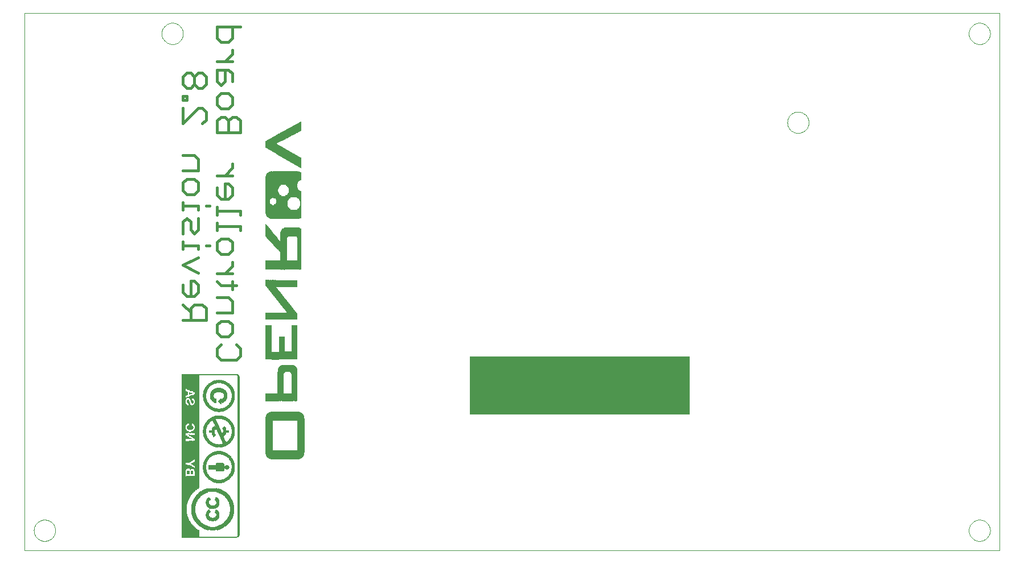
<source format=gbo>
G75*
G70*
%OFA0B0*%
%FSLAX24Y24*%
%IPPOS*%
%LPD*%
%AMOC8*
5,1,8,0,0,1.08239X$1,22.5*
%
%ADD10C,0.0000*%
%ADD11C,0.0150*%
%ADD12R,1.2900X0.3450*%
%ADD13R,0.0010X0.1870*%
%ADD14R,0.0010X0.0440*%
%ADD15R,0.0010X0.2020*%
%ADD16R,0.0010X0.0410*%
%ADD17R,0.0010X0.0310*%
%ADD18R,0.0010X0.0520*%
%ADD19R,0.0010X0.0740*%
%ADD20R,0.0010X0.1890*%
%ADD21R,0.0010X0.0360*%
%ADD22R,0.0010X0.2100*%
%ADD23R,0.0010X0.0320*%
%ADD24R,0.0010X0.2110*%
%ADD25R,0.0010X0.0380*%
%ADD26R,0.0010X0.2210*%
%ADD27R,0.0010X0.0330*%
%ADD28R,0.0010X0.0390*%
%ADD29R,0.0010X0.2290*%
%ADD30R,0.0010X0.0350*%
%ADD31R,0.0010X0.0750*%
%ADD32R,0.0010X0.2350*%
%ADD33R,0.0010X0.2370*%
%ADD34R,0.0010X0.0370*%
%ADD35R,0.0010X0.0420*%
%ADD36R,0.0010X0.2410*%
%ADD37R,0.0010X0.2420*%
%ADD38R,0.0010X0.0430*%
%ADD39R,0.0010X0.2450*%
%ADD40R,0.0010X0.0400*%
%ADD41R,0.0010X0.0730*%
%ADD42R,0.0010X0.0450*%
%ADD43R,0.0010X0.2490*%
%ADD44R,0.0010X0.2510*%
%ADD45R,0.0010X0.0470*%
%ADD46R,0.0010X0.2540*%
%ADD47R,0.0010X0.2530*%
%ADD48R,0.0010X0.2560*%
%ADD49R,0.0010X0.0490*%
%ADD50R,0.0010X0.2580*%
%ADD51R,0.0010X0.0460*%
%ADD52R,0.0010X0.0500*%
%ADD53R,0.0010X0.2600*%
%ADD54R,0.0010X0.0480*%
%ADD55R,0.0010X0.0510*%
%ADD56R,0.0010X0.2610*%
%ADD57R,0.0010X0.2630*%
%ADD58R,0.0010X0.0720*%
%ADD59R,0.0010X0.0530*%
%ADD60R,0.0010X0.2650*%
%ADD61R,0.0010X0.2640*%
%ADD62R,0.0010X0.0550*%
%ADD63R,0.0010X0.0560*%
%ADD64R,0.0010X0.2670*%
%ADD65R,0.0010X0.0540*%
%ADD66R,0.0010X0.0570*%
%ADD67R,0.0010X0.2680*%
%ADD68R,0.0010X0.0710*%
%ADD69R,0.0010X0.0580*%
%ADD70R,0.0010X0.2690*%
%ADD71R,0.0010X0.0590*%
%ADD72R,0.0010X0.2700*%
%ADD73R,0.0010X0.0610*%
%ADD74R,0.0010X0.2710*%
%ADD75R,0.0010X0.0620*%
%ADD76R,0.0010X0.2720*%
%ADD77R,0.0010X0.0940*%
%ADD78R,0.0010X0.1670*%
%ADD79R,0.0010X0.0630*%
%ADD80R,0.0010X0.2730*%
%ADD81R,0.0010X0.0920*%
%ADD82R,0.0010X0.1650*%
%ADD83R,0.0010X0.0640*%
%ADD84R,0.0010X0.0890*%
%ADD85R,0.0010X0.1620*%
%ADD86R,0.0010X0.0650*%
%ADD87R,0.0010X0.2740*%
%ADD88R,0.0010X0.0880*%
%ADD89R,0.0010X0.1610*%
%ADD90R,0.0010X0.0670*%
%ADD91R,0.0010X0.2750*%
%ADD92R,0.0010X0.0660*%
%ADD93R,0.0010X0.0700*%
%ADD94R,0.0010X0.0690*%
%ADD95R,0.0010X0.0860*%
%ADD96R,0.0010X0.1590*%
%ADD97R,0.0010X0.2760*%
%ADD98R,0.0010X0.1600*%
%ADD99R,0.0010X0.2770*%
%ADD100R,0.0010X0.0850*%
%ADD101R,0.0010X0.1580*%
%ADD102R,0.0010X0.1570*%
%ADD103R,0.0010X0.0840*%
%ADD104R,0.0010X0.2780*%
%ADD105R,0.0010X0.0830*%
%ADD106R,0.0010X0.0760*%
%ADD107R,0.0010X0.0770*%
%ADD108R,0.0010X0.2790*%
%ADD109R,0.0010X0.0820*%
%ADD110R,0.0010X0.1560*%
%ADD111R,0.0010X0.0780*%
%ADD112R,0.0010X0.0790*%
%ADD113R,0.0010X0.0800*%
%ADD114R,0.0010X0.1550*%
%ADD115R,0.0010X0.0680*%
%ADD116R,0.0010X0.0870*%
%ADD117R,0.0010X0.0900*%
%ADD118R,0.0010X0.0930*%
%ADD119R,0.0010X0.0950*%
%ADD120R,0.0010X0.0960*%
%ADD121R,0.0010X0.0980*%
%ADD122R,0.0010X0.0990*%
%ADD123R,0.0010X0.1000*%
%ADD124R,0.0010X0.1020*%
%ADD125R,0.0010X0.1030*%
%ADD126R,0.0010X0.1040*%
%ADD127R,0.0010X0.1050*%
%ADD128R,0.0010X0.1630*%
%ADD129R,0.0010X0.1070*%
%ADD130R,0.0010X0.1640*%
%ADD131R,0.0010X0.1080*%
%ADD132R,0.0010X0.0910*%
%ADD133R,0.0010X0.1060*%
%ADD134R,0.0010X0.1090*%
%ADD135R,0.0010X0.1690*%
%ADD136R,0.0010X0.1720*%
%ADD137R,0.0010X0.2800*%
%ADD138R,0.0010X0.1710*%
%ADD139R,0.0010X0.1100*%
%ADD140R,0.0010X0.1820*%
%ADD141R,0.0010X0.1880*%
%ADD142R,0.0010X0.1010*%
%ADD143R,0.0010X0.1910*%
%ADD144R,0.0010X0.1530*%
%ADD145R,0.0010X0.1940*%
%ADD146R,0.0010X0.1520*%
%ADD147R,0.0010X0.0970*%
%ADD148R,0.0010X0.1950*%
%ADD149R,0.0010X0.1500*%
%ADD150R,0.0010X0.1970*%
%ADD151R,0.0010X0.1490*%
%ADD152R,0.0010X0.1990*%
%ADD153R,0.0010X0.1470*%
%ADD154R,0.0010X0.2000*%
%ADD155R,0.0010X0.1350*%
%ADD156R,0.0010X0.1460*%
%ADD157R,0.0010X0.1440*%
%ADD158R,0.0010X0.2030*%
%ADD159R,0.0010X0.1430*%
%ADD160R,0.0010X0.2040*%
%ADD161R,0.0010X0.2050*%
%ADD162R,0.0010X0.1420*%
%ADD163R,0.0010X0.1410*%
%ADD164R,0.0010X0.2060*%
%ADD165R,0.0010X0.1980*%
%ADD166R,0.0010X0.2120*%
%ADD167R,0.0010X0.1400*%
%ADD168R,0.0010X0.2070*%
%ADD169R,0.0010X0.2180*%
%ADD170R,0.0010X0.1390*%
%ADD171R,0.0010X0.2220*%
%ADD172R,0.0010X0.2080*%
%ADD173R,0.0010X0.2240*%
%ADD174R,0.0010X0.1380*%
%ADD175R,0.0010X0.2270*%
%ADD176R,0.0010X0.1370*%
%ADD177R,0.0010X0.2090*%
%ADD178R,0.0010X0.2310*%
%ADD179R,0.0010X0.1360*%
%ADD180R,0.0010X0.2320*%
%ADD181R,0.0010X0.2330*%
%ADD182R,0.0010X0.0810*%
%ADD183R,0.0010X0.2360*%
%ADD184R,0.0010X0.2380*%
%ADD185R,0.0010X0.2390*%
%ADD186R,0.0010X0.2400*%
%ADD187R,0.0010X0.1340*%
%ADD188R,0.0010X0.2430*%
%ADD189R,0.0010X0.2440*%
%ADD190R,0.0010X0.2460*%
%ADD191R,0.0010X0.0600*%
%ADD192R,0.0010X0.1540*%
%ADD193R,0.0010X0.1510*%
%ADD194R,0.0010X0.1920*%
%ADD195R,0.0010X0.1900*%
%ADD196R,0.0010X0.0340*%
%ADD197R,0.0010X0.1810*%
%ADD198R,0.0010X0.2590*%
%ADD199R,0.0010X0.2570*%
%ADD200R,0.0010X0.2550*%
%ADD201R,0.0010X0.2480*%
%ADD202R,0.0010X0.2150*%
%ADD203R,0.0010X0.9570*%
%ADD204R,0.0010X0.9590*%
%ADD205R,0.0010X0.9600*%
%ADD206R,0.0010X0.6430*%
%ADD207R,0.0010X0.3630*%
%ADD208R,0.0010X0.1300*%
%ADD209R,0.0010X0.0220*%
%ADD210R,0.0010X0.0260*%
%ADD211R,0.0010X0.1320*%
%ADD212R,0.0010X0.0140*%
%ADD213R,0.0010X0.0290*%
%ADD214R,0.0010X0.1280*%
%ADD215R,0.0010X0.0210*%
%ADD216R,0.0010X0.0230*%
%ADD217R,0.0010X0.1270*%
%ADD218R,0.0010X0.0110*%
%ADD219R,0.0010X0.0270*%
%ADD220R,0.0010X0.0300*%
%ADD221R,0.0010X0.1230*%
%ADD222R,0.0010X0.0100*%
%ADD223R,0.0010X0.0280*%
%ADD224R,0.0010X0.0200*%
%ADD225R,0.0010X0.0190*%
%ADD226R,0.0010X0.1210*%
%ADD227R,0.0010X0.0090*%
%ADD228R,0.0010X0.0250*%
%ADD229R,0.0010X0.0180*%
%ADD230R,0.0010X0.1180*%
%ADD231R,0.0010X0.0080*%
%ADD232R,0.0010X0.0170*%
%ADD233R,0.0010X0.1160*%
%ADD234R,0.0010X0.1850*%
%ADD235R,0.0010X0.0150*%
%ADD236R,0.0010X0.1140*%
%ADD237R,0.0010X0.0070*%
%ADD238R,0.0010X0.1480*%
%ADD239R,0.0010X0.1750*%
%ADD240R,0.0010X0.0240*%
%ADD241R,0.0010X0.1120*%
%ADD242R,0.0010X0.0060*%
%ADD243R,0.0010X0.1110*%
%ADD244R,0.0010X0.0130*%
%ADD245R,0.0010X0.1330*%
%ADD246R,0.0010X0.0160*%
%ADD247R,0.0010X0.0120*%
%ADD248R,0.0010X0.1290*%
%ADD249R,0.0010X0.1250*%
%ADD250R,0.0010X0.1220*%
%ADD251R,0.0010X0.1190*%
%ADD252R,0.0010X0.1170*%
%ADD253R,0.0010X0.0010*%
%ADD254R,0.0010X0.0020*%
%ADD255R,0.0010X0.1310*%
%ADD256R,0.0010X0.1660*%
%ADD257R,0.0010X0.0030*%
%ADD258R,0.0010X0.0040*%
%ADD259R,0.0010X0.1260*%
%ADD260R,0.0010X0.1240*%
%ADD261R,0.0010X0.0050*%
%ADD262R,0.0010X0.1200*%
%ADD263R,0.0010X0.1130*%
%ADD264R,0.0010X0.1450*%
%ADD265R,0.0010X0.1150*%
%ADD266R,0.0010X0.3720*%
%ADD267R,0.0010X0.6850*%
%ADD268R,0.0010X0.6840*%
%ADD269R,0.0010X0.6830*%
%ADD270R,0.0010X0.6820*%
%ADD271R,0.0010X0.6810*%
%ADD272R,0.0010X0.6800*%
%ADD273R,0.0010X0.6790*%
%ADD274R,0.0010X0.6780*%
%ADD275R,0.0010X0.6770*%
%ADD276R,0.0010X0.6760*%
%ADD277R,0.0010X0.6750*%
%ADD278R,0.0010X0.6740*%
%ADD279R,0.0010X0.6730*%
%ADD280R,0.0010X0.6720*%
%ADD281R,0.0010X0.6710*%
%ADD282R,0.0010X0.6700*%
%ADD283R,0.0010X0.6690*%
%ADD284R,0.0010X0.6680*%
%ADD285R,0.0010X0.9530*%
%ADD286R,0.0010X0.9520*%
%ADD287R,0.0010X0.9510*%
%ADD288R,0.0010X0.9490*%
%ADD289R,0.0010X0.9460*%
%ADD290R,0.0010X0.9430*%
%ADD291R,0.0010X0.9390*%
%ADD292R,0.0010X0.9350*%
%ADD293R,0.0010X0.9230*%
D10*
X000180Y000300D02*
X000180Y031800D01*
X057261Y031800D01*
X057261Y000300D01*
X000180Y000300D01*
X000735Y001480D02*
X000737Y001530D01*
X000743Y001579D01*
X000753Y001628D01*
X000766Y001675D01*
X000784Y001722D01*
X000805Y001767D01*
X000829Y001810D01*
X000857Y001851D01*
X000888Y001890D01*
X000922Y001926D01*
X000959Y001960D01*
X000999Y001990D01*
X001040Y002017D01*
X001084Y002041D01*
X001129Y002061D01*
X001176Y002077D01*
X001224Y002090D01*
X001273Y002099D01*
X001323Y002104D01*
X001372Y002105D01*
X001422Y002102D01*
X001471Y002095D01*
X001520Y002084D01*
X001567Y002070D01*
X001613Y002051D01*
X001658Y002029D01*
X001701Y002004D01*
X001741Y001975D01*
X001779Y001943D01*
X001815Y001909D01*
X001848Y001871D01*
X001877Y001831D01*
X001903Y001789D01*
X001926Y001745D01*
X001945Y001699D01*
X001961Y001652D01*
X001973Y001603D01*
X001981Y001554D01*
X001985Y001505D01*
X001985Y001455D01*
X001981Y001406D01*
X001973Y001357D01*
X001961Y001308D01*
X001945Y001261D01*
X001926Y001215D01*
X001903Y001171D01*
X001877Y001129D01*
X001848Y001089D01*
X001815Y001051D01*
X001779Y001017D01*
X001741Y000985D01*
X001701Y000956D01*
X001658Y000931D01*
X001613Y000909D01*
X001567Y000890D01*
X001520Y000876D01*
X001471Y000865D01*
X001422Y000858D01*
X001372Y000855D01*
X001323Y000856D01*
X001273Y000861D01*
X001224Y000870D01*
X001176Y000883D01*
X001129Y000899D01*
X001084Y000919D01*
X001040Y000943D01*
X000999Y000970D01*
X000959Y001000D01*
X000922Y001034D01*
X000888Y001070D01*
X000857Y001109D01*
X000829Y001150D01*
X000805Y001193D01*
X000784Y001238D01*
X000766Y001285D01*
X000753Y001332D01*
X000743Y001381D01*
X000737Y001430D01*
X000735Y001480D01*
X044836Y025400D02*
X044838Y025450D01*
X044844Y025499D01*
X044854Y025548D01*
X044867Y025595D01*
X044885Y025642D01*
X044906Y025687D01*
X044930Y025730D01*
X044958Y025771D01*
X044989Y025810D01*
X045023Y025846D01*
X045060Y025880D01*
X045100Y025910D01*
X045141Y025937D01*
X045185Y025961D01*
X045230Y025981D01*
X045277Y025997D01*
X045325Y026010D01*
X045374Y026019D01*
X045424Y026024D01*
X045473Y026025D01*
X045523Y026022D01*
X045572Y026015D01*
X045621Y026004D01*
X045668Y025990D01*
X045714Y025971D01*
X045759Y025949D01*
X045802Y025924D01*
X045842Y025895D01*
X045880Y025863D01*
X045916Y025829D01*
X045949Y025791D01*
X045978Y025751D01*
X046004Y025709D01*
X046027Y025665D01*
X046046Y025619D01*
X046062Y025572D01*
X046074Y025523D01*
X046082Y025474D01*
X046086Y025425D01*
X046086Y025375D01*
X046082Y025326D01*
X046074Y025277D01*
X046062Y025228D01*
X046046Y025181D01*
X046027Y025135D01*
X046004Y025091D01*
X045978Y025049D01*
X045949Y025009D01*
X045916Y024971D01*
X045880Y024937D01*
X045842Y024905D01*
X045802Y024876D01*
X045759Y024851D01*
X045714Y024829D01*
X045668Y024810D01*
X045621Y024796D01*
X045572Y024785D01*
X045523Y024778D01*
X045473Y024775D01*
X045424Y024776D01*
X045374Y024781D01*
X045325Y024790D01*
X045277Y024803D01*
X045230Y024819D01*
X045185Y024839D01*
X045141Y024863D01*
X045100Y024890D01*
X045060Y024920D01*
X045023Y024954D01*
X044989Y024990D01*
X044958Y025029D01*
X044930Y025070D01*
X044906Y025113D01*
X044885Y025158D01*
X044867Y025205D01*
X044854Y025252D01*
X044844Y025301D01*
X044838Y025350D01*
X044836Y025400D01*
X055456Y030610D02*
X055458Y030660D01*
X055464Y030709D01*
X055474Y030758D01*
X055487Y030805D01*
X055505Y030852D01*
X055526Y030897D01*
X055550Y030940D01*
X055578Y030981D01*
X055609Y031020D01*
X055643Y031056D01*
X055680Y031090D01*
X055720Y031120D01*
X055761Y031147D01*
X055805Y031171D01*
X055850Y031191D01*
X055897Y031207D01*
X055945Y031220D01*
X055994Y031229D01*
X056044Y031234D01*
X056093Y031235D01*
X056143Y031232D01*
X056192Y031225D01*
X056241Y031214D01*
X056288Y031200D01*
X056334Y031181D01*
X056379Y031159D01*
X056422Y031134D01*
X056462Y031105D01*
X056500Y031073D01*
X056536Y031039D01*
X056569Y031001D01*
X056598Y030961D01*
X056624Y030919D01*
X056647Y030875D01*
X056666Y030829D01*
X056682Y030782D01*
X056694Y030733D01*
X056702Y030684D01*
X056706Y030635D01*
X056706Y030585D01*
X056702Y030536D01*
X056694Y030487D01*
X056682Y030438D01*
X056666Y030391D01*
X056647Y030345D01*
X056624Y030301D01*
X056598Y030259D01*
X056569Y030219D01*
X056536Y030181D01*
X056500Y030147D01*
X056462Y030115D01*
X056422Y030086D01*
X056379Y030061D01*
X056334Y030039D01*
X056288Y030020D01*
X056241Y030006D01*
X056192Y029995D01*
X056143Y029988D01*
X056093Y029985D01*
X056044Y029986D01*
X055994Y029991D01*
X055945Y030000D01*
X055897Y030013D01*
X055850Y030029D01*
X055805Y030049D01*
X055761Y030073D01*
X055720Y030100D01*
X055680Y030130D01*
X055643Y030164D01*
X055609Y030200D01*
X055578Y030239D01*
X055550Y030280D01*
X055526Y030323D01*
X055505Y030368D01*
X055487Y030415D01*
X055474Y030462D01*
X055464Y030511D01*
X055458Y030560D01*
X055456Y030610D01*
X008216Y030610D02*
X008218Y030660D01*
X008224Y030709D01*
X008234Y030758D01*
X008247Y030805D01*
X008265Y030852D01*
X008286Y030897D01*
X008310Y030940D01*
X008338Y030981D01*
X008369Y031020D01*
X008403Y031056D01*
X008440Y031090D01*
X008480Y031120D01*
X008521Y031147D01*
X008565Y031171D01*
X008610Y031191D01*
X008657Y031207D01*
X008705Y031220D01*
X008754Y031229D01*
X008804Y031234D01*
X008853Y031235D01*
X008903Y031232D01*
X008952Y031225D01*
X009001Y031214D01*
X009048Y031200D01*
X009094Y031181D01*
X009139Y031159D01*
X009182Y031134D01*
X009222Y031105D01*
X009260Y031073D01*
X009296Y031039D01*
X009329Y031001D01*
X009358Y030961D01*
X009384Y030919D01*
X009407Y030875D01*
X009426Y030829D01*
X009442Y030782D01*
X009454Y030733D01*
X009462Y030684D01*
X009466Y030635D01*
X009466Y030585D01*
X009462Y030536D01*
X009454Y030487D01*
X009442Y030438D01*
X009426Y030391D01*
X009407Y030345D01*
X009384Y030301D01*
X009358Y030259D01*
X009329Y030219D01*
X009296Y030181D01*
X009260Y030147D01*
X009222Y030115D01*
X009182Y030086D01*
X009139Y030061D01*
X009094Y030039D01*
X009048Y030020D01*
X009001Y030006D01*
X008952Y029995D01*
X008903Y029988D01*
X008853Y029985D01*
X008804Y029986D01*
X008754Y029991D01*
X008705Y030000D01*
X008657Y030013D01*
X008610Y030029D01*
X008565Y030049D01*
X008521Y030073D01*
X008480Y030100D01*
X008440Y030130D01*
X008403Y030164D01*
X008369Y030200D01*
X008338Y030239D01*
X008310Y030280D01*
X008286Y030323D01*
X008265Y030368D01*
X008247Y030415D01*
X008234Y030462D01*
X008224Y030511D01*
X008218Y030560D01*
X008216Y030610D01*
X055456Y001480D02*
X055458Y001530D01*
X055464Y001579D01*
X055474Y001628D01*
X055487Y001675D01*
X055505Y001722D01*
X055526Y001767D01*
X055550Y001810D01*
X055578Y001851D01*
X055609Y001890D01*
X055643Y001926D01*
X055680Y001960D01*
X055720Y001990D01*
X055761Y002017D01*
X055805Y002041D01*
X055850Y002061D01*
X055897Y002077D01*
X055945Y002090D01*
X055994Y002099D01*
X056044Y002104D01*
X056093Y002105D01*
X056143Y002102D01*
X056192Y002095D01*
X056241Y002084D01*
X056288Y002070D01*
X056334Y002051D01*
X056379Y002029D01*
X056422Y002004D01*
X056462Y001975D01*
X056500Y001943D01*
X056536Y001909D01*
X056569Y001871D01*
X056598Y001831D01*
X056624Y001789D01*
X056647Y001745D01*
X056666Y001699D01*
X056682Y001652D01*
X056694Y001603D01*
X056702Y001554D01*
X056706Y001505D01*
X056706Y001455D01*
X056702Y001406D01*
X056694Y001357D01*
X056682Y001308D01*
X056666Y001261D01*
X056647Y001215D01*
X056624Y001171D01*
X056598Y001129D01*
X056569Y001089D01*
X056536Y001051D01*
X056500Y001017D01*
X056462Y000985D01*
X056422Y000956D01*
X056379Y000931D01*
X056334Y000909D01*
X056288Y000890D01*
X056241Y000876D01*
X056192Y000865D01*
X056143Y000858D01*
X056093Y000855D01*
X056044Y000856D01*
X055994Y000861D01*
X055945Y000870D01*
X055897Y000883D01*
X055850Y000899D01*
X055805Y000919D01*
X055761Y000943D01*
X055720Y000970D01*
X055680Y001000D01*
X055643Y001034D01*
X055609Y001070D01*
X055578Y001109D01*
X055550Y001150D01*
X055526Y001193D01*
X055505Y001238D01*
X055487Y001285D01*
X055474Y001332D01*
X055464Y001381D01*
X055458Y001430D01*
X055456Y001480D01*
D11*
X012806Y011700D02*
X012581Y011475D01*
X011680Y011475D01*
X011455Y011700D01*
X011455Y012151D01*
X011680Y012376D01*
X012581Y012376D02*
X012806Y012151D01*
X012806Y011700D01*
X012131Y012856D02*
X011680Y012856D01*
X011455Y013081D01*
X011455Y013532D01*
X011680Y013757D01*
X012131Y013757D01*
X012356Y013532D01*
X012356Y013081D01*
X012131Y012856D01*
X010806Y013825D02*
X010806Y014501D01*
X010581Y014726D01*
X010131Y014726D01*
X009905Y014501D01*
X009905Y013825D01*
X009455Y013825D02*
X010806Y013825D01*
X011455Y014237D02*
X012356Y014237D01*
X012356Y014913D01*
X012131Y015138D01*
X011455Y015138D01*
X010356Y015431D02*
X010356Y015882D01*
X010131Y016107D01*
X009905Y016107D01*
X009905Y015206D01*
X009680Y015206D02*
X010131Y015206D01*
X010356Y015431D01*
X009680Y015206D02*
X009455Y015431D01*
X009455Y015882D01*
X010356Y016587D02*
X009455Y017038D01*
X010356Y017488D01*
X011455Y017916D02*
X011680Y017690D01*
X012131Y017690D01*
X012356Y017916D01*
X012356Y018366D01*
X012131Y018591D01*
X011680Y018591D01*
X011455Y018366D01*
X011455Y017916D01*
X011031Y018194D02*
X010806Y018194D01*
X010356Y018194D02*
X009455Y018194D01*
X009455Y017969D02*
X009455Y018419D01*
X009455Y018889D02*
X009455Y019565D01*
X009680Y019790D01*
X009905Y019565D01*
X009905Y019115D01*
X010131Y018889D01*
X010356Y019115D01*
X010356Y019790D01*
X011455Y019992D02*
X011455Y020443D01*
X011455Y020217D02*
X012806Y020217D01*
X012806Y019992D01*
X012806Y019297D02*
X011455Y019297D01*
X011455Y019522D02*
X011455Y019071D01*
X012806Y019071D02*
X012806Y019297D01*
X011031Y020496D02*
X010806Y020496D01*
X010356Y020496D02*
X009455Y020496D01*
X009455Y020271D02*
X009455Y020721D01*
X009680Y021191D02*
X009455Y021416D01*
X009455Y021867D01*
X009680Y022092D01*
X010131Y022092D01*
X010356Y021867D01*
X010356Y021416D01*
X010131Y021191D01*
X009680Y021191D01*
X010356Y020496D02*
X010356Y020271D01*
X011455Y021138D02*
X011680Y020913D01*
X012131Y020913D01*
X012356Y021138D01*
X012356Y021589D01*
X012131Y021814D01*
X011905Y021814D01*
X011905Y020913D01*
X011455Y021138D02*
X011455Y021589D01*
X011455Y022294D02*
X012356Y022294D01*
X011905Y022294D02*
X012356Y022745D01*
X012356Y022970D01*
X010356Y023248D02*
X010356Y022572D01*
X009455Y022572D01*
X010356Y023248D02*
X010131Y023473D01*
X009455Y023473D01*
X011455Y024826D02*
X011455Y025502D01*
X011680Y025727D01*
X011905Y025727D01*
X012131Y025502D01*
X012131Y024826D01*
X012806Y024826D02*
X012806Y025502D01*
X012581Y025727D01*
X012356Y025727D01*
X012131Y025502D01*
X012131Y026208D02*
X011680Y026208D01*
X011455Y026433D01*
X011455Y026883D01*
X011680Y027108D01*
X012131Y027108D01*
X012356Y026883D01*
X012356Y026433D01*
X012131Y026208D01*
X010806Y026010D02*
X010806Y025560D01*
X010581Y025335D01*
X010806Y026010D02*
X010581Y026236D01*
X010356Y026236D01*
X009455Y025335D01*
X009455Y026236D01*
X009455Y026716D02*
X009455Y026941D01*
X009680Y026941D01*
X009680Y026716D01*
X009455Y026716D01*
X009680Y027407D02*
X009905Y027407D01*
X010131Y027632D01*
X010131Y028082D01*
X009905Y028307D01*
X009680Y028307D01*
X009455Y028082D01*
X009455Y027632D01*
X009680Y027407D01*
X010131Y027632D02*
X010356Y027407D01*
X010581Y027407D01*
X010806Y027632D01*
X010806Y028082D01*
X010581Y028307D01*
X010356Y028307D01*
X010131Y028082D01*
X011455Y027814D02*
X011680Y027589D01*
X011905Y027814D01*
X011905Y028490D01*
X012131Y028490D02*
X011455Y028490D01*
X011455Y027814D01*
X012356Y027814D02*
X012356Y028264D01*
X012131Y028490D01*
X012356Y028970D02*
X011455Y028970D01*
X011905Y028970D02*
X012356Y029420D01*
X012356Y029646D01*
X012131Y030121D02*
X011680Y030121D01*
X011455Y030346D01*
X011455Y031022D01*
X012806Y031022D01*
X012356Y031022D02*
X012356Y030346D01*
X012131Y030121D01*
X011455Y024826D02*
X012806Y024826D01*
X010356Y018194D02*
X010356Y017969D01*
X011905Y016539D02*
X012356Y016990D01*
X012356Y017215D01*
X012356Y016539D02*
X011455Y016539D01*
X011455Y016069D02*
X011680Y015844D01*
X012581Y015844D01*
X012356Y015619D02*
X012356Y016069D01*
X009905Y014275D02*
X009455Y014726D01*
D12*
X032680Y009975D03*
D13*
X016151Y010000D03*
X014311Y007040D03*
D14*
X011950Y007305D03*
X011210Y007265D03*
X011310Y007945D03*
X010680Y009365D03*
X014311Y009285D03*
X014321Y009285D03*
X014331Y009285D03*
X014341Y009285D03*
X014351Y009285D03*
X014361Y009285D03*
X014371Y009285D03*
X014381Y009285D03*
X014391Y009285D03*
X014401Y009285D03*
X014411Y009285D03*
X014421Y009285D03*
X014431Y009285D03*
X014441Y009285D03*
X014451Y009285D03*
X014461Y009285D03*
X014471Y009285D03*
X014481Y009285D03*
X014491Y009285D03*
X014501Y009285D03*
X014511Y009285D03*
X014521Y009285D03*
X014531Y009285D03*
X014541Y009285D03*
X014551Y009285D03*
X014561Y009285D03*
X014571Y009285D03*
X014581Y009285D03*
X014591Y009285D03*
X014601Y009285D03*
X014611Y009285D03*
X014621Y009285D03*
X014631Y009285D03*
X014641Y009285D03*
X014651Y009285D03*
X015411Y010955D03*
X015781Y010955D03*
X015101Y011725D03*
X015091Y011725D03*
X015081Y011725D03*
X015071Y011725D03*
X015061Y011725D03*
X015051Y011725D03*
X015041Y011725D03*
X015031Y011725D03*
X015021Y011725D03*
X015011Y011725D03*
X015001Y011725D03*
X014991Y011725D03*
X014981Y011725D03*
X014971Y011725D03*
X014961Y011725D03*
X014951Y011725D03*
X014941Y011725D03*
X014931Y011725D03*
X014921Y011725D03*
X014911Y011725D03*
X014901Y011725D03*
X014891Y011725D03*
X014881Y011725D03*
X014871Y011725D03*
X014861Y011725D03*
X014851Y011725D03*
X014841Y011725D03*
X014831Y011725D03*
X014821Y011725D03*
X014811Y011725D03*
X014801Y011725D03*
X014791Y011725D03*
X014781Y011725D03*
X014771Y011725D03*
X014761Y011725D03*
X014751Y011725D03*
X014741Y011725D03*
X014731Y011725D03*
X014721Y011725D03*
X014711Y011725D03*
X014701Y011725D03*
X014691Y011725D03*
X014681Y011725D03*
X014671Y011725D03*
X016071Y014075D03*
X015681Y021135D03*
X016391Y022245D03*
X016401Y022245D03*
X011860Y005195D03*
X012330Y004865D03*
X010830Y004865D03*
X010260Y003315D03*
X011540Y003105D03*
X011540Y002385D03*
X010410Y001265D03*
X010400Y001265D03*
D15*
X015121Y010075D03*
X016081Y010075D03*
X014651Y012515D03*
X014641Y012515D03*
X014631Y012515D03*
X014621Y012515D03*
X014611Y012515D03*
X014601Y012515D03*
X014591Y012515D03*
X014581Y012515D03*
X014571Y012515D03*
X014561Y012515D03*
X014551Y012515D03*
X014541Y012515D03*
X014531Y012515D03*
X014521Y012515D03*
X014511Y012515D03*
X014501Y012515D03*
X014491Y012515D03*
X014481Y012515D03*
X014471Y012515D03*
X014461Y012515D03*
X014451Y012515D03*
X014441Y012515D03*
X014431Y012515D03*
X014421Y012515D03*
X014411Y012515D03*
X014401Y012515D03*
X014391Y012515D03*
X014381Y012515D03*
X014371Y012515D03*
X014361Y012515D03*
X014351Y012515D03*
X014341Y012515D03*
X014331Y012515D03*
X014321Y012515D03*
X014311Y012515D03*
D16*
X014311Y014060D03*
X014321Y014060D03*
X014331Y014060D03*
X014341Y014060D03*
X014351Y014060D03*
X014361Y014060D03*
X014371Y014060D03*
X014381Y014060D03*
X014391Y014060D03*
X014401Y014060D03*
X014411Y014060D03*
X014421Y014060D03*
X014431Y014060D03*
X014441Y014060D03*
X014451Y014060D03*
X014461Y014060D03*
X014471Y014060D03*
X014481Y014060D03*
X014491Y014060D03*
X014501Y014060D03*
X014511Y014060D03*
X014521Y014060D03*
X014531Y014060D03*
X014541Y014060D03*
X014551Y014060D03*
X014561Y014060D03*
X014571Y014060D03*
X014581Y014060D03*
X014591Y014060D03*
X014601Y014060D03*
X014611Y014060D03*
X014621Y014060D03*
X014631Y014060D03*
X014641Y014060D03*
X014651Y014060D03*
X014661Y014060D03*
X014671Y014060D03*
X014681Y014060D03*
X014691Y014060D03*
X014701Y014060D03*
X014711Y014060D03*
X014721Y014060D03*
X014731Y014060D03*
X014741Y014060D03*
X014751Y014060D03*
X014761Y014060D03*
X014771Y014060D03*
X014781Y014060D03*
X014791Y014060D03*
X014801Y014060D03*
X014811Y014060D03*
X014821Y014060D03*
X014831Y014060D03*
X014841Y014060D03*
X014851Y014060D03*
X014861Y014060D03*
X014871Y014060D03*
X014881Y014060D03*
X014891Y014060D03*
X014901Y014060D03*
X014911Y014060D03*
X014921Y014060D03*
X014931Y014060D03*
X014941Y014060D03*
X014951Y014060D03*
X014961Y014060D03*
X014971Y014060D03*
X014981Y014060D03*
X014991Y014060D03*
X015001Y014060D03*
X015011Y014060D03*
X015021Y014060D03*
X015031Y014060D03*
X015041Y014060D03*
X015051Y014060D03*
X015061Y014060D03*
X015071Y014060D03*
X015081Y014060D03*
X015091Y014060D03*
X015101Y014060D03*
X015111Y014060D03*
X015121Y014060D03*
X015131Y014060D03*
X015141Y014060D03*
X015151Y014060D03*
X015161Y014060D03*
X015171Y014060D03*
X015181Y014060D03*
X015191Y014060D03*
X015201Y014060D03*
X015211Y014060D03*
X015221Y014060D03*
X015231Y014060D03*
X015241Y014060D03*
X015251Y014060D03*
X015261Y014060D03*
X015271Y014060D03*
X015281Y014060D03*
X015291Y014060D03*
X015301Y014060D03*
X015311Y014060D03*
X015321Y014060D03*
X015331Y014060D03*
X015341Y014060D03*
X015351Y014060D03*
X015361Y014060D03*
X015371Y014060D03*
X015381Y014060D03*
X015391Y014060D03*
X015401Y014060D03*
X015411Y014060D03*
X015421Y014060D03*
X015431Y014060D03*
X015441Y014060D03*
X015451Y014060D03*
X015461Y014060D03*
X015471Y014060D03*
X015481Y014060D03*
X015491Y014060D03*
X015501Y014060D03*
X015511Y014060D03*
X015521Y014060D03*
X015531Y014060D03*
X015541Y014060D03*
X015551Y014060D03*
X016091Y014060D03*
X016091Y015950D03*
X016081Y015950D03*
X016071Y015950D03*
X016061Y015950D03*
X016051Y015950D03*
X016041Y015950D03*
X016031Y015950D03*
X016021Y015950D03*
X016011Y015950D03*
X016001Y015950D03*
X015991Y015950D03*
X015981Y015950D03*
X015971Y015950D03*
X015961Y015950D03*
X015951Y015950D03*
X015941Y015950D03*
X015931Y015950D03*
X015921Y015950D03*
X015911Y015950D03*
X015901Y015950D03*
X015891Y015950D03*
X015881Y015950D03*
X015871Y015950D03*
X015861Y015950D03*
X015851Y015950D03*
X015841Y015950D03*
X015831Y015950D03*
X015821Y015950D03*
X015811Y015950D03*
X015801Y015950D03*
X015791Y015950D03*
X015781Y015950D03*
X015771Y015950D03*
X015761Y015950D03*
X015751Y015950D03*
X015741Y015950D03*
X015731Y015950D03*
X015721Y015950D03*
X015711Y015950D03*
X015701Y015950D03*
X015691Y015950D03*
X015681Y015950D03*
X015671Y015950D03*
X015661Y015950D03*
X015651Y015950D03*
X015641Y015950D03*
X015631Y015950D03*
X015621Y015950D03*
X015611Y015950D03*
X015601Y015950D03*
X015591Y015950D03*
X015581Y015950D03*
X015571Y015950D03*
X015561Y015950D03*
X015551Y015950D03*
X015541Y015950D03*
X015531Y015950D03*
X015521Y015950D03*
X015511Y015950D03*
X015501Y015950D03*
X015491Y015950D03*
X015481Y015950D03*
X015471Y015950D03*
X015461Y015950D03*
X015451Y015950D03*
X015441Y015950D03*
X015431Y015950D03*
X015421Y015950D03*
X015411Y015950D03*
X015401Y015950D03*
X015391Y015950D03*
X015381Y015950D03*
X015371Y015950D03*
X015361Y015950D03*
X015351Y015950D03*
X015341Y015950D03*
X015331Y015950D03*
X015321Y015950D03*
X015311Y015950D03*
X015301Y015950D03*
X015291Y015950D03*
X015281Y015950D03*
X015271Y015950D03*
X015261Y015950D03*
X015251Y015950D03*
X015241Y015950D03*
X015231Y015950D03*
X015221Y015950D03*
X015211Y015950D03*
X015201Y015950D03*
X015191Y015950D03*
X015181Y015950D03*
X015171Y015950D03*
X015161Y015950D03*
X015151Y015950D03*
X015141Y015950D03*
X015131Y015950D03*
X015121Y015950D03*
X015111Y015950D03*
X015101Y015950D03*
X015091Y015950D03*
X015081Y015950D03*
X015071Y015950D03*
X015061Y015950D03*
X015051Y015950D03*
X015041Y015950D03*
X015031Y015950D03*
X015021Y015950D03*
X015011Y015950D03*
X015001Y015950D03*
X014991Y015950D03*
X014981Y015950D03*
X014971Y015950D03*
X014961Y015950D03*
X014951Y015950D03*
X014941Y015950D03*
X014391Y015950D03*
X016101Y015950D03*
X016111Y015950D03*
X016121Y015950D03*
X016131Y015950D03*
X016141Y015950D03*
X016151Y015950D03*
X016161Y015950D03*
X015601Y020990D03*
X014351Y024110D03*
X014341Y024110D03*
X009970Y009190D03*
X011200Y007270D03*
X011960Y007300D03*
X012160Y003340D03*
X012450Y002720D03*
X012160Y002110D03*
X010880Y002380D03*
X010280Y002100D03*
X010880Y003100D03*
X010280Y003350D03*
D17*
X010440Y003550D03*
X010450Y003560D03*
X010460Y003570D03*
X010470Y003580D03*
X011960Y003580D03*
X011970Y003570D03*
X011980Y003560D03*
X011990Y003550D03*
X012280Y004740D03*
X012280Y005650D03*
X010890Y005660D03*
X010880Y004740D03*
X010880Y006830D03*
X010880Y007730D03*
X010880Y008920D03*
X011680Y009060D03*
X012280Y008910D03*
X012280Y009820D03*
X010890Y009830D03*
X012280Y007740D03*
X012280Y006820D03*
X011990Y001900D03*
X011980Y001890D03*
X011970Y001880D03*
X011960Y001870D03*
X014311Y016000D03*
D18*
X014481Y015895D03*
X014481Y017035D03*
X014471Y017035D03*
X014461Y017035D03*
X014451Y017035D03*
X014441Y017035D03*
X014431Y017035D03*
X014421Y017035D03*
X014411Y017035D03*
X014401Y017035D03*
X014391Y017035D03*
X014381Y017035D03*
X014371Y017035D03*
X014361Y017035D03*
X014351Y017035D03*
X014341Y017035D03*
X014331Y017035D03*
X014321Y017035D03*
X014311Y017035D03*
X014491Y017035D03*
X014501Y017035D03*
X014511Y017035D03*
X014521Y017035D03*
X014531Y017035D03*
X014541Y017035D03*
X014551Y017035D03*
X014561Y017035D03*
X014571Y017035D03*
X014581Y017035D03*
X014591Y017035D03*
X014601Y017035D03*
X014611Y017035D03*
X014621Y017035D03*
X014631Y017035D03*
X014641Y017035D03*
X014651Y017035D03*
X014661Y017035D03*
X014671Y017035D03*
X014681Y017035D03*
X014691Y017035D03*
X014701Y017035D03*
X014711Y017035D03*
X014721Y017035D03*
X014731Y017035D03*
X014741Y017035D03*
X014751Y017035D03*
X014761Y017035D03*
X014771Y017035D03*
X014781Y017035D03*
X014791Y017035D03*
X014801Y017035D03*
X014811Y017035D03*
X014821Y017035D03*
X014831Y017035D03*
X014841Y017035D03*
X014851Y017035D03*
X014861Y017035D03*
X014871Y017035D03*
X014881Y017035D03*
X014891Y017035D03*
X014901Y017035D03*
X014911Y017035D03*
X014921Y017035D03*
X014931Y017035D03*
X014941Y017035D03*
X014951Y017035D03*
X014961Y017035D03*
X014971Y017035D03*
X014981Y017035D03*
X014991Y017035D03*
X015001Y017035D03*
X015011Y017035D03*
X015021Y017035D03*
X015031Y017035D03*
X015041Y017035D03*
X015051Y017035D03*
X015061Y017035D03*
X015071Y017035D03*
X015081Y017035D03*
X015091Y017035D03*
X015101Y017035D03*
X015111Y017035D03*
X015121Y017035D03*
X015131Y017035D03*
X015141Y017035D03*
X015151Y017035D03*
X015161Y017035D03*
X015551Y017035D03*
X015561Y017035D03*
X015571Y017035D03*
X015581Y017035D03*
X015591Y017035D03*
X015601Y017035D03*
X015611Y017035D03*
X015621Y017035D03*
X015631Y017035D03*
X015641Y017035D03*
X015651Y017035D03*
X015661Y017035D03*
X015671Y017035D03*
X015681Y017035D03*
X015691Y017035D03*
X015701Y017035D03*
X015711Y017035D03*
X015721Y017035D03*
X015731Y017035D03*
X015741Y017035D03*
X015751Y017035D03*
X015761Y017035D03*
X015771Y017035D03*
X015781Y017035D03*
X015791Y017035D03*
X015801Y017035D03*
X015811Y017035D03*
X015821Y017035D03*
X015831Y017035D03*
X015841Y017035D03*
X015851Y017035D03*
X015861Y017035D03*
X015871Y017035D03*
X015881Y017035D03*
X015891Y017035D03*
X015901Y017035D03*
X015911Y017035D03*
X015921Y017035D03*
X015931Y017035D03*
X015941Y017035D03*
X015951Y017035D03*
X015961Y017035D03*
X015971Y017035D03*
X015981Y017035D03*
X015991Y017035D03*
X016001Y017035D03*
X016011Y017035D03*
X016021Y017035D03*
X016031Y017035D03*
X016041Y017035D03*
X016051Y017035D03*
X016061Y017035D03*
X016071Y017035D03*
X016081Y017035D03*
X016091Y017035D03*
X016101Y017035D03*
X016111Y017035D03*
X016121Y017035D03*
X016131Y017035D03*
X016141Y017035D03*
X016151Y017035D03*
X016161Y017035D03*
X016171Y017035D03*
X016181Y017035D03*
X016191Y017035D03*
X016091Y018975D03*
X016081Y018975D03*
X016071Y018975D03*
X016061Y018975D03*
X016051Y018975D03*
X015711Y018975D03*
X015701Y018975D03*
X015691Y018975D03*
X015681Y018975D03*
X015671Y018975D03*
X015661Y018975D03*
X015861Y020005D03*
X015871Y020005D03*
X015881Y020005D03*
X015891Y020005D03*
X016041Y020005D03*
X016051Y020005D03*
X016061Y020005D03*
X016071Y020005D03*
X016081Y020005D03*
X016301Y022245D03*
X016311Y022245D03*
X014451Y024115D03*
X016231Y025095D03*
X016001Y014115D03*
X015831Y010915D03*
X011990Y009375D03*
X011150Y009365D03*
X010690Y009365D03*
X011420Y007665D03*
X011860Y007265D03*
X011870Y007275D03*
X011920Y007305D03*
X011870Y006655D03*
X014721Y005905D03*
X014731Y005905D03*
X014741Y005905D03*
X014751Y005905D03*
X016151Y005905D03*
X016161Y005905D03*
X016161Y008175D03*
X016151Y008175D03*
X016141Y008175D03*
X016131Y008175D03*
X016121Y008175D03*
X016111Y008175D03*
X016101Y008175D03*
X016091Y008175D03*
X016081Y008175D03*
X016071Y008175D03*
X016061Y008175D03*
X016051Y008175D03*
X016041Y008175D03*
X016031Y008175D03*
X016021Y008175D03*
X016011Y008175D03*
X016001Y008175D03*
X015991Y008175D03*
X015981Y008175D03*
X015971Y008175D03*
X015961Y008175D03*
X015951Y008175D03*
X015941Y008175D03*
X015931Y008175D03*
X015921Y008175D03*
X015911Y008175D03*
X015901Y008175D03*
X015891Y008175D03*
X015881Y008175D03*
X015871Y008175D03*
X015861Y008175D03*
X015851Y008175D03*
X015841Y008175D03*
X015831Y008175D03*
X015821Y008175D03*
X015811Y008175D03*
X015801Y008175D03*
X015791Y008175D03*
X015781Y008175D03*
X015771Y008175D03*
X015761Y008175D03*
X015751Y008175D03*
X015741Y008175D03*
X015731Y008175D03*
X015721Y008175D03*
X015711Y008175D03*
X015701Y008175D03*
X015691Y008175D03*
X015681Y008175D03*
X015671Y008175D03*
X015661Y008175D03*
X015651Y008175D03*
X015641Y008175D03*
X015631Y008175D03*
X015621Y008175D03*
X015611Y008175D03*
X015601Y008175D03*
X015591Y008175D03*
X015581Y008175D03*
X015571Y008175D03*
X015561Y008175D03*
X015551Y008175D03*
X015541Y008175D03*
X015531Y008175D03*
X015521Y008175D03*
X015511Y008175D03*
X015501Y008175D03*
X015491Y008175D03*
X015481Y008175D03*
X015471Y008175D03*
X015461Y008175D03*
X015451Y008175D03*
X015441Y008175D03*
X015431Y008175D03*
X015421Y008175D03*
X015411Y008175D03*
X015401Y008175D03*
X015391Y008175D03*
X015381Y008175D03*
X015371Y008175D03*
X015361Y008175D03*
X015351Y008175D03*
X015341Y008175D03*
X015331Y008175D03*
X015321Y008175D03*
X015311Y008175D03*
X015301Y008175D03*
X015291Y008175D03*
X015281Y008175D03*
X015271Y008175D03*
X015261Y008175D03*
X015251Y008175D03*
X015241Y008175D03*
X015231Y008175D03*
X015221Y008175D03*
X015211Y008175D03*
X015201Y008175D03*
X015191Y008175D03*
X015181Y008175D03*
X015171Y008175D03*
X015161Y008175D03*
X015151Y008175D03*
X015141Y008175D03*
X015131Y008175D03*
X015121Y008175D03*
X015111Y008175D03*
X015101Y008175D03*
X015091Y008175D03*
X015081Y008175D03*
X015071Y008175D03*
X015061Y008175D03*
X015051Y008175D03*
X015041Y008175D03*
X015031Y008175D03*
X015021Y008175D03*
X015011Y008175D03*
X015001Y008175D03*
X014991Y008175D03*
X014981Y008175D03*
X014971Y008175D03*
X014961Y008175D03*
X014951Y008175D03*
X014941Y008175D03*
X014931Y008175D03*
X014921Y008175D03*
X014911Y008175D03*
X014901Y008175D03*
X014891Y008175D03*
X014881Y008175D03*
X014871Y008175D03*
X014861Y008175D03*
X014851Y008175D03*
X014841Y008175D03*
X014831Y008175D03*
X014821Y008175D03*
X014811Y008175D03*
X014801Y008175D03*
X014791Y008175D03*
X014781Y008175D03*
X014771Y008175D03*
X014761Y008175D03*
X014751Y008175D03*
X014741Y008175D03*
X014731Y008175D03*
X014721Y008175D03*
X010220Y003225D03*
X010280Y001305D03*
D19*
X010040Y001415D03*
X010730Y009365D03*
X015831Y014225D03*
X014651Y015785D03*
X014391Y018995D03*
X014371Y019025D03*
X014361Y019035D03*
X014331Y019065D03*
X014321Y019075D03*
X014311Y019085D03*
X015611Y020115D03*
X016341Y020155D03*
X014641Y024105D03*
D20*
X014311Y021140D03*
D21*
X014311Y024115D03*
X014351Y015975D03*
X012310Y009765D03*
X012310Y008965D03*
X011280Y007975D03*
X011190Y007275D03*
X010850Y005585D03*
X010850Y004805D03*
X012310Y005585D03*
X012090Y003445D03*
X010340Y003435D03*
X010340Y002015D03*
X012090Y002015D03*
X010160Y009285D03*
X010670Y009365D03*
D22*
X014321Y007035D03*
X015251Y010115D03*
X015261Y010115D03*
X015271Y010115D03*
X015281Y010115D03*
X015931Y010115D03*
X015941Y010115D03*
X015951Y010115D03*
D23*
X012290Y009805D03*
X011270Y009585D03*
X011270Y009155D03*
X010880Y009815D03*
X010150Y009295D03*
X012290Y008925D03*
X012290Y007715D03*
X011980Y007295D03*
X011950Y006585D03*
X010880Y005645D03*
X012290Y004755D03*
X012000Y003545D03*
X012010Y003535D03*
X012020Y003525D03*
X010430Y003545D03*
X011570Y002385D03*
X012000Y001915D03*
X010450Y001895D03*
X010440Y001905D03*
X010430Y001915D03*
X010420Y001925D03*
X010410Y001935D03*
X011260Y007995D03*
X016161Y014015D03*
X014321Y015995D03*
D24*
X014321Y021140D03*
X015291Y010120D03*
X015301Y010120D03*
X015311Y010120D03*
X015321Y010120D03*
X015331Y010120D03*
X015341Y010120D03*
X015351Y010120D03*
X015841Y010120D03*
X015851Y010120D03*
X015861Y010120D03*
X015871Y010120D03*
X015881Y010120D03*
X015891Y010120D03*
X015901Y010120D03*
X015911Y010120D03*
X015921Y010120D03*
D25*
X012320Y009735D03*
X012320Y008995D03*
X011110Y009365D03*
X012320Y006905D03*
X011870Y005195D03*
X012120Y003405D03*
X012130Y003385D03*
X012130Y002065D03*
X010310Y002055D03*
X010310Y003395D03*
X014371Y015965D03*
X014321Y024115D03*
D26*
X014331Y021140D03*
X014331Y007040D03*
D27*
X012300Y006860D03*
X012290Y006840D03*
X012300Y007700D03*
X010870Y007710D03*
X010870Y006850D03*
X010870Y005630D03*
X009640Y005170D03*
X010870Y004760D03*
X010420Y003530D03*
X010410Y003520D03*
X010400Y003510D03*
X010860Y003100D03*
X011570Y003110D03*
X012030Y003510D03*
X012040Y003500D03*
X012050Y003490D03*
X010860Y002380D03*
X010400Y001940D03*
X012010Y001920D03*
X012020Y001930D03*
X012030Y001940D03*
X012040Y001950D03*
X012290Y005630D03*
X010870Y008940D03*
X009950Y009220D03*
X011100Y009360D03*
X011690Y009060D03*
X012040Y009370D03*
X011870Y009580D03*
X014331Y015990D03*
D28*
X016111Y014050D03*
X012490Y009360D03*
X012030Y009370D03*
X010840Y009010D03*
X011290Y007970D03*
X012320Y007650D03*
X012490Y007280D03*
X011920Y006610D03*
X012320Y005560D03*
X012320Y004830D03*
X010840Y004830D03*
X010670Y005190D03*
X010840Y005560D03*
X010300Y003380D03*
X010300Y002070D03*
X012140Y002080D03*
X012140Y003370D03*
X015621Y021020D03*
X015641Y021050D03*
X015651Y021070D03*
X014331Y024110D03*
D29*
X014341Y021140D03*
X015231Y017920D03*
X014341Y007040D03*
D30*
X012310Y006880D03*
X012310Y007680D03*
X010860Y007690D03*
X010860Y006870D03*
X010860Y008960D03*
X011700Y009060D03*
X011710Y009060D03*
X012310Y004800D03*
X010860Y004780D03*
X010360Y003460D03*
X010350Y003450D03*
X012080Y003450D03*
X012080Y002000D03*
X010360Y001990D03*
X010350Y002000D03*
X016131Y014030D03*
X016141Y014030D03*
X014341Y015980D03*
D31*
X014661Y015780D03*
X014351Y019040D03*
X014341Y019050D03*
X016161Y022160D03*
X014651Y024110D03*
X010730Y007280D03*
X010730Y005190D03*
X012430Y005190D03*
X010030Y001420D03*
D32*
X014351Y007040D03*
X015271Y017950D03*
X014351Y021140D03*
D33*
X014361Y021140D03*
X015291Y017960D03*
X014361Y007040D03*
X016531Y007040D03*
D34*
X012490Y005190D03*
X011930Y006600D03*
X011970Y007300D03*
X010850Y007660D03*
X010670Y007280D03*
X010850Y006900D03*
X009630Y005150D03*
X010330Y003420D03*
X010320Y003410D03*
X010870Y003100D03*
X011560Y003110D03*
X012100Y003430D03*
X012110Y003420D03*
X011560Y002390D03*
X012110Y002040D03*
X012120Y002050D03*
X012100Y002020D03*
X010870Y002380D03*
X010330Y002030D03*
X010320Y002040D03*
X010850Y008980D03*
X009960Y009200D03*
X010850Y009750D03*
X016121Y014040D03*
X014361Y015970D03*
D35*
X014401Y015945D03*
X016081Y014065D03*
X015741Y010965D03*
X015731Y010965D03*
X015721Y010965D03*
X015711Y010965D03*
X015701Y010965D03*
X015691Y010965D03*
X015681Y010965D03*
X015671Y010965D03*
X015661Y010965D03*
X015651Y010965D03*
X015641Y010965D03*
X015631Y010965D03*
X015621Y010965D03*
X015611Y010965D03*
X015601Y010965D03*
X015591Y010965D03*
X015581Y010965D03*
X015571Y010965D03*
X015561Y010965D03*
X015551Y010965D03*
X015541Y010965D03*
X015531Y010965D03*
X015521Y010965D03*
X015511Y010965D03*
X015501Y010965D03*
X015491Y010965D03*
X015481Y010965D03*
X015471Y010965D03*
X015461Y010965D03*
X015451Y010965D03*
X012330Y009705D03*
X011120Y009365D03*
X011300Y007955D03*
X012330Y007615D03*
X010270Y003335D03*
X010270Y002115D03*
X015671Y021105D03*
X014361Y024115D03*
D36*
X015351Y017980D03*
X015361Y017980D03*
X016371Y017980D03*
X016381Y017980D03*
X016521Y007040D03*
X014371Y007040D03*
D37*
X015371Y017985D03*
X016361Y017985D03*
X014371Y021145D03*
D38*
X015591Y020970D03*
X014371Y024110D03*
X014411Y015940D03*
X015421Y010960D03*
X015431Y010960D03*
X015441Y010960D03*
X015751Y010960D03*
X015761Y010960D03*
X015771Y010960D03*
X012330Y009030D03*
X012020Y009370D03*
X009980Y009180D03*
X012330Y006940D03*
X011910Y006620D03*
X012330Y005520D03*
X010830Y005520D03*
X012170Y003320D03*
X010890Y003100D03*
X009980Y002720D03*
X010890Y002380D03*
X010260Y002140D03*
X010420Y001260D03*
X012170Y002130D03*
D39*
X014381Y007040D03*
X016511Y007040D03*
X016301Y018000D03*
X016291Y018000D03*
X016281Y018000D03*
X016271Y018000D03*
X016261Y018000D03*
X015471Y018000D03*
X015461Y018000D03*
X015451Y018000D03*
X015441Y018000D03*
X015431Y018000D03*
X014381Y021140D03*
D40*
X015611Y021005D03*
X015631Y021035D03*
X015661Y021085D03*
X014381Y015955D03*
X016101Y014055D03*
X010840Y009725D03*
X010840Y007635D03*
X010840Y006925D03*
X010290Y003365D03*
X011550Y003105D03*
X012150Y003355D03*
X011550Y002385D03*
X012150Y002095D03*
X010290Y002085D03*
D41*
X010050Y001410D03*
X011260Y009370D03*
X011880Y009380D03*
X015841Y014220D03*
X014451Y018930D03*
X014441Y018940D03*
X014431Y018950D03*
X014421Y018960D03*
X014411Y018970D03*
X014401Y018980D03*
X014381Y019010D03*
X014631Y024110D03*
D42*
X014391Y024110D03*
X014381Y024110D03*
X016381Y022250D03*
X014421Y015930D03*
X016061Y014080D03*
X015831Y011730D03*
X015821Y011730D03*
X015811Y011730D03*
X015801Y011730D03*
X015791Y011730D03*
X015781Y011730D03*
X015771Y011730D03*
X015761Y011730D03*
X015751Y011730D03*
X015741Y011730D03*
X015731Y011730D03*
X015721Y011730D03*
X015711Y011730D03*
X015701Y011730D03*
X015691Y011730D03*
X015681Y011730D03*
X015671Y011730D03*
X015661Y011730D03*
X015651Y011730D03*
X015641Y011730D03*
X015631Y011730D03*
X015621Y011730D03*
X015611Y011730D03*
X015601Y011730D03*
X015591Y011730D03*
X015581Y011730D03*
X015571Y011730D03*
X015561Y011730D03*
X015551Y011730D03*
X015541Y011730D03*
X015531Y011730D03*
X015521Y011730D03*
X015511Y011730D03*
X015501Y011730D03*
X015491Y011730D03*
X015481Y011730D03*
X015471Y011730D03*
X015461Y011730D03*
X015451Y011730D03*
X015441Y011730D03*
X014661Y011730D03*
X015401Y010950D03*
X015791Y010950D03*
X015791Y009290D03*
X015781Y009290D03*
X015771Y009290D03*
X015761Y009290D03*
X015751Y009290D03*
X015741Y009290D03*
X015731Y009290D03*
X015721Y009290D03*
X015711Y009290D03*
X015701Y009290D03*
X015691Y009290D03*
X015681Y009290D03*
X015671Y009290D03*
X015661Y009290D03*
X015651Y009290D03*
X015641Y009290D03*
X015631Y009290D03*
X015621Y009290D03*
X015611Y009290D03*
X015601Y009290D03*
X015591Y009290D03*
X015581Y009290D03*
X015571Y009290D03*
X015561Y009290D03*
X015551Y009290D03*
X015541Y009290D03*
X015531Y009290D03*
X015521Y009290D03*
X015511Y009290D03*
X015501Y009290D03*
X015491Y009290D03*
X015481Y009290D03*
X015471Y009290D03*
X015461Y009290D03*
X015451Y009290D03*
X015441Y009290D03*
X015431Y009290D03*
X015421Y009290D03*
X015411Y009290D03*
X015401Y009290D03*
X015391Y009290D03*
X015381Y009290D03*
X015371Y009290D03*
X015361Y009290D03*
X015021Y009290D03*
X015011Y009290D03*
X015001Y009290D03*
X014991Y009290D03*
X014981Y009290D03*
X014971Y009290D03*
X014961Y009290D03*
X014951Y009290D03*
X014941Y009290D03*
X014931Y009290D03*
X014921Y009290D03*
X014911Y009290D03*
X014901Y009290D03*
X014891Y009290D03*
X014881Y009290D03*
X014871Y009290D03*
X014861Y009290D03*
X014851Y009290D03*
X014841Y009290D03*
X014831Y009290D03*
X014821Y009290D03*
X014811Y009290D03*
X014801Y009290D03*
X014791Y009290D03*
X014781Y009290D03*
X014771Y009290D03*
X014761Y009290D03*
X014751Y009290D03*
X014741Y009290D03*
X014731Y009290D03*
X014721Y009290D03*
X014711Y009290D03*
X014701Y009290D03*
X014691Y009290D03*
X014681Y009290D03*
X014671Y009290D03*
X014661Y009290D03*
X015801Y009290D03*
X015811Y009290D03*
X015821Y009290D03*
X015831Y009290D03*
X011580Y007350D03*
X011570Y007370D03*
X011560Y007390D03*
X011550Y007410D03*
X011540Y007440D03*
X011530Y007460D03*
X011520Y007480D03*
X011510Y007500D03*
X011490Y007550D03*
X011480Y007570D03*
X011470Y007590D03*
X011460Y007610D03*
X011600Y007300D03*
X011610Y007280D03*
X011620Y007260D03*
X011640Y007210D03*
X011650Y007190D03*
X011660Y007170D03*
X011680Y007120D03*
X011690Y007100D03*
X011700Y007080D03*
X011720Y007030D03*
X011730Y007010D03*
X011740Y006990D03*
X011900Y006630D03*
X010680Y007280D03*
X010830Y009050D03*
X009990Y009170D03*
X010830Y009680D03*
X012480Y005190D03*
X012180Y003300D03*
X012180Y002150D03*
X010390Y001270D03*
X010250Y002160D03*
X010250Y003290D03*
D43*
X014391Y007040D03*
X014391Y021140D03*
D44*
X014401Y021140D03*
X014401Y007040D03*
X016491Y007040D03*
D45*
X012480Y007280D03*
X011940Y007300D03*
X011760Y006950D03*
X011890Y006640D03*
X011320Y007940D03*
X011850Y005190D03*
X010680Y005190D03*
X010240Y003270D03*
X010900Y002380D03*
X012200Y003260D03*
X010360Y001280D03*
X010350Y001280D03*
X015391Y010940D03*
X015811Y010940D03*
X016041Y014090D03*
X015581Y020940D03*
X016361Y022250D03*
X016371Y022250D03*
X014411Y024110D03*
X014401Y024110D03*
D46*
X014411Y007045D03*
D47*
X016481Y007040D03*
X014411Y021140D03*
D48*
X014421Y021135D03*
X014421Y007045D03*
D49*
X011770Y006940D03*
X011440Y007640D03*
X011330Y007930D03*
X012000Y009370D03*
X015821Y010930D03*
X016031Y014100D03*
X016341Y022250D03*
X014421Y024110D03*
X014951Y024400D03*
X014971Y024410D03*
X014991Y024420D03*
X015011Y024430D03*
X015031Y024440D03*
X015041Y024450D03*
X015081Y024470D03*
X015191Y024530D03*
X015211Y024540D03*
X011830Y005190D03*
X011820Y005190D03*
X011430Y005190D03*
X010230Y003250D03*
X010910Y002380D03*
X010230Y002200D03*
X010320Y001290D03*
X010330Y001290D03*
X011520Y003110D03*
D50*
X014431Y007045D03*
X014431Y021135D03*
D51*
X014431Y015925D03*
X016051Y014085D03*
X015801Y010945D03*
X012010Y009375D03*
X011130Y009365D03*
X010830Y007595D03*
X010830Y006965D03*
X011590Y007325D03*
X011630Y007235D03*
X011670Y007145D03*
X011710Y007055D03*
X011750Y006965D03*
X011500Y007525D03*
X012190Y003285D03*
X011530Y003105D03*
X010900Y003105D03*
X011530Y002385D03*
X012190Y002165D03*
X010380Y001275D03*
X010370Y001275D03*
X010240Y002175D03*
D52*
X010310Y001295D03*
X011510Y002385D03*
X012210Y003235D03*
X011810Y005195D03*
X011800Y005195D03*
X011790Y005195D03*
X011780Y005195D03*
X011770Y005195D03*
X011760Y005195D03*
X011750Y005195D03*
X011740Y005195D03*
X011730Y005195D03*
X011720Y005195D03*
X011710Y005195D03*
X011700Y005195D03*
X011690Y005195D03*
X011680Y005195D03*
X011670Y005195D03*
X011660Y005195D03*
X011650Y005195D03*
X011640Y005195D03*
X011630Y005195D03*
X011620Y005195D03*
X011610Y005195D03*
X011600Y005195D03*
X011590Y005195D03*
X011580Y005195D03*
X011570Y005195D03*
X011560Y005195D03*
X011550Y005195D03*
X011540Y005195D03*
X011530Y005195D03*
X011520Y005195D03*
X011510Y005195D03*
X011500Y005195D03*
X011490Y005195D03*
X011480Y005195D03*
X011470Y005195D03*
X011460Y005195D03*
X011450Y005195D03*
X011440Y005195D03*
X011880Y006645D03*
X011930Y007305D03*
X011230Y007265D03*
X011140Y009365D03*
X015371Y010925D03*
X016021Y014105D03*
X014461Y015905D03*
X016331Y022245D03*
X014431Y024115D03*
X014941Y024395D03*
X014961Y024405D03*
X014981Y024415D03*
X015001Y024425D03*
X015021Y024435D03*
X015051Y024455D03*
X015061Y024465D03*
X015071Y024465D03*
X015091Y024475D03*
X015101Y024485D03*
X015111Y024485D03*
X015121Y024495D03*
X015131Y024495D03*
X015141Y024505D03*
X015151Y024505D03*
X015161Y024515D03*
X015171Y024515D03*
X015181Y024525D03*
X015201Y024535D03*
X015221Y024545D03*
X015231Y024555D03*
X015241Y024555D03*
X015251Y024565D03*
X015261Y024565D03*
X015271Y024575D03*
X015281Y024575D03*
X015291Y024585D03*
X015311Y024595D03*
X015331Y024605D03*
X015351Y024615D03*
X015361Y024625D03*
X015381Y024635D03*
X015401Y024645D03*
X015411Y024655D03*
X015421Y024655D03*
X015441Y024665D03*
X015461Y024675D03*
X015481Y024685D03*
X015491Y024695D03*
X015501Y024695D03*
X015511Y024705D03*
X015521Y024705D03*
X015531Y024715D03*
X015551Y024725D03*
X015561Y024735D03*
X015581Y024745D03*
X015601Y024755D03*
X015641Y024775D03*
X015661Y024785D03*
X015671Y024795D03*
X015681Y024795D03*
X015691Y024805D03*
X015711Y024815D03*
X015731Y024825D03*
X015751Y024835D03*
X015771Y024845D03*
X015791Y024855D03*
X015811Y024865D03*
X015831Y024875D03*
X015841Y024885D03*
X015851Y024885D03*
X015861Y024895D03*
X015901Y024915D03*
X016121Y025035D03*
X016191Y025075D03*
X016211Y025085D03*
X016251Y025105D03*
X016271Y025115D03*
X016321Y025145D03*
X016331Y025145D03*
D53*
X014441Y021145D03*
X014441Y007035D03*
D54*
X011840Y005195D03*
X011220Y007265D03*
X011450Y007625D03*
X012480Y009365D03*
X015381Y010935D03*
X014451Y015915D03*
X014441Y015915D03*
X016351Y022245D03*
X010910Y003105D03*
X011520Y002385D03*
X012200Y002185D03*
X010340Y001285D03*
D55*
X010300Y001300D03*
X010290Y001300D03*
X010220Y002230D03*
X010920Y002380D03*
X010920Y003100D03*
X011510Y003110D03*
X012210Y002220D03*
X011780Y006930D03*
X011850Y007260D03*
X011430Y007650D03*
X011340Y007920D03*
X016011Y014110D03*
X014471Y015900D03*
X015721Y018980D03*
X015731Y018980D03*
X015741Y018980D03*
X015751Y018980D03*
X015761Y018980D03*
X015771Y018980D03*
X015781Y018980D03*
X015791Y018980D03*
X015801Y018980D03*
X015811Y018980D03*
X015821Y018980D03*
X015831Y018980D03*
X015841Y018980D03*
X015851Y018980D03*
X015861Y018980D03*
X015871Y018980D03*
X015881Y018980D03*
X015891Y018980D03*
X015901Y018980D03*
X015911Y018980D03*
X015921Y018980D03*
X015931Y018980D03*
X015941Y018980D03*
X015951Y018980D03*
X015961Y018980D03*
X015971Y018980D03*
X015981Y018980D03*
X015991Y018980D03*
X016001Y018980D03*
X016011Y018980D03*
X016021Y018980D03*
X016031Y018980D03*
X016041Y018980D03*
X016031Y020000D03*
X016021Y020000D03*
X016011Y020000D03*
X016001Y020000D03*
X015991Y020000D03*
X015981Y020000D03*
X015971Y020000D03*
X015961Y020000D03*
X015951Y020000D03*
X015941Y020000D03*
X015931Y020000D03*
X015921Y020000D03*
X015911Y020000D03*
X015901Y020000D03*
X016321Y022250D03*
X014441Y024110D03*
X015301Y024590D03*
X015321Y024600D03*
X015341Y024610D03*
X015371Y024630D03*
X015391Y024640D03*
X015431Y024660D03*
X015451Y024670D03*
X015471Y024680D03*
X015541Y024720D03*
X015571Y024740D03*
X015591Y024750D03*
X015611Y024760D03*
X015621Y024760D03*
X015631Y024770D03*
X015651Y024780D03*
X015701Y024810D03*
X015721Y024820D03*
X015741Y024830D03*
X015761Y024840D03*
X015781Y024850D03*
X015801Y024860D03*
X015821Y024870D03*
X015871Y024900D03*
X015881Y024910D03*
X015891Y024910D03*
X015911Y024920D03*
X015921Y024930D03*
X015931Y024930D03*
X015941Y024940D03*
X015951Y024940D03*
X015961Y024950D03*
X015971Y024950D03*
X015981Y024960D03*
X015991Y024960D03*
X016001Y024970D03*
X016011Y024980D03*
X016021Y024980D03*
X016031Y024990D03*
X016041Y024990D03*
X016051Y025000D03*
X016061Y025000D03*
X016071Y025010D03*
X016081Y025010D03*
X016091Y025020D03*
X016101Y025020D03*
X016111Y025030D03*
X016131Y025040D03*
X016141Y025040D03*
X016151Y025050D03*
X016161Y025050D03*
X016171Y025060D03*
X016181Y025070D03*
X016201Y025080D03*
X016221Y025090D03*
X016241Y025100D03*
X016261Y025110D03*
X016281Y025120D03*
X016291Y025130D03*
X016301Y025130D03*
X016311Y025140D03*
X016341Y025160D03*
X016351Y025160D03*
X016361Y025170D03*
X016371Y025170D03*
X016381Y025180D03*
X016391Y025180D03*
X016401Y025190D03*
D56*
X014451Y021140D03*
X014451Y007040D03*
X016441Y007040D03*
D57*
X016431Y007040D03*
X014461Y007040D03*
X014461Y021140D03*
D58*
X016171Y022175D03*
X014621Y024105D03*
X015621Y020105D03*
X014461Y018915D03*
X014471Y018905D03*
X014481Y018895D03*
X014491Y018885D03*
X014511Y018855D03*
X014521Y018845D03*
X014531Y018835D03*
X014641Y015795D03*
X012440Y009365D03*
X011890Y009375D03*
X011250Y009375D03*
X012440Y007275D03*
X010060Y001405D03*
D59*
X010270Y001310D03*
X010930Y002380D03*
X011500Y002390D03*
X012440Y002720D03*
X011500Y003110D03*
X010930Y003100D03*
X012470Y005190D03*
X014761Y005900D03*
X014771Y005900D03*
X014781Y005900D03*
X014791Y005900D03*
X014801Y005900D03*
X014811Y005900D03*
X014821Y005900D03*
X014831Y005900D03*
X014841Y005900D03*
X014851Y005900D03*
X014861Y005900D03*
X014871Y005900D03*
X014881Y005900D03*
X014891Y005900D03*
X014901Y005900D03*
X014911Y005900D03*
X014921Y005900D03*
X014931Y005900D03*
X014941Y005900D03*
X014951Y005900D03*
X014961Y005900D03*
X014971Y005900D03*
X014981Y005900D03*
X014991Y005900D03*
X015001Y005900D03*
X015011Y005900D03*
X015021Y005900D03*
X015031Y005900D03*
X015041Y005900D03*
X015051Y005900D03*
X015061Y005900D03*
X015071Y005900D03*
X015081Y005900D03*
X015091Y005900D03*
X015101Y005900D03*
X015111Y005900D03*
X015121Y005900D03*
X015131Y005900D03*
X015141Y005900D03*
X015151Y005900D03*
X015161Y005900D03*
X015171Y005900D03*
X015181Y005900D03*
X015191Y005900D03*
X015201Y005900D03*
X015211Y005900D03*
X015221Y005900D03*
X015231Y005900D03*
X015241Y005900D03*
X015251Y005900D03*
X015261Y005900D03*
X015271Y005900D03*
X015281Y005900D03*
X015291Y005900D03*
X015301Y005900D03*
X015311Y005900D03*
X015321Y005900D03*
X015331Y005900D03*
X015341Y005900D03*
X015351Y005900D03*
X015361Y005900D03*
X015371Y005900D03*
X015381Y005900D03*
X015391Y005900D03*
X015401Y005900D03*
X015411Y005900D03*
X015421Y005900D03*
X015431Y005900D03*
X015441Y005900D03*
X015451Y005900D03*
X015461Y005900D03*
X015471Y005900D03*
X015481Y005900D03*
X015491Y005900D03*
X015501Y005900D03*
X015511Y005900D03*
X015521Y005900D03*
X015531Y005900D03*
X015541Y005900D03*
X015551Y005900D03*
X015561Y005900D03*
X015571Y005900D03*
X015581Y005900D03*
X015591Y005900D03*
X015601Y005900D03*
X015611Y005900D03*
X015621Y005900D03*
X015631Y005900D03*
X015641Y005900D03*
X015651Y005900D03*
X015661Y005900D03*
X015671Y005900D03*
X015681Y005900D03*
X015691Y005900D03*
X015701Y005900D03*
X015711Y005900D03*
X015721Y005900D03*
X015731Y005900D03*
X015741Y005900D03*
X015751Y005900D03*
X015761Y005900D03*
X015771Y005900D03*
X015781Y005900D03*
X015791Y005900D03*
X015801Y005900D03*
X015811Y005900D03*
X015821Y005900D03*
X015831Y005900D03*
X015841Y005900D03*
X015851Y005900D03*
X015861Y005900D03*
X015871Y005900D03*
X015881Y005900D03*
X015891Y005900D03*
X015901Y005900D03*
X015911Y005900D03*
X015921Y005900D03*
X015931Y005900D03*
X015941Y005900D03*
X015951Y005900D03*
X015961Y005900D03*
X015971Y005900D03*
X015981Y005900D03*
X015991Y005900D03*
X016001Y005900D03*
X016011Y005900D03*
X016021Y005900D03*
X016031Y005900D03*
X016041Y005900D03*
X016051Y005900D03*
X016061Y005900D03*
X016071Y005900D03*
X016081Y005900D03*
X016091Y005900D03*
X016101Y005900D03*
X016111Y005900D03*
X016121Y005900D03*
X016131Y005900D03*
X016141Y005900D03*
X011900Y007300D03*
X011890Y007290D03*
X011880Y007280D03*
X011790Y006920D03*
X011240Y007260D03*
X010690Y007280D03*
X015631Y018970D03*
X015641Y018970D03*
X015651Y018970D03*
X016101Y018970D03*
X016111Y018970D03*
X016111Y020010D03*
X016101Y020010D03*
X016091Y020010D03*
X015851Y020010D03*
X015841Y020010D03*
X015831Y020010D03*
X016281Y021150D03*
X016271Y021160D03*
X016261Y021170D03*
X016251Y021180D03*
X016241Y021190D03*
X016231Y021200D03*
X016291Y022240D03*
X014461Y024110D03*
D60*
X014481Y021140D03*
X014481Y007040D03*
X014471Y007040D03*
X016411Y007040D03*
X016421Y007040D03*
D61*
X014471Y021145D03*
D62*
X016291Y021140D03*
X016281Y022240D03*
X014471Y024110D03*
X015781Y020020D03*
X015791Y020020D03*
X015801Y020020D03*
X016141Y020020D03*
X016151Y020020D03*
X015611Y018960D03*
X014501Y015880D03*
X015981Y014130D03*
X015361Y010900D03*
X011980Y009370D03*
X011160Y009370D03*
X011410Y007680D03*
X011250Y007260D03*
X011860Y006670D03*
X012470Y007280D03*
X010690Y005190D03*
X010210Y003190D03*
X010940Y003100D03*
X011490Y003110D03*
X010940Y002380D03*
X010240Y001320D03*
D63*
X010230Y001325D03*
X011480Y002385D03*
X011480Y003105D03*
X010950Y003105D03*
X012470Y009365D03*
X015971Y014135D03*
X014511Y015875D03*
X016141Y018955D03*
X016151Y018955D03*
X016161Y020025D03*
X016171Y020025D03*
X016181Y020035D03*
X016191Y020035D03*
X015771Y020025D03*
X015761Y020025D03*
X016301Y021125D03*
X016191Y021245D03*
X016271Y022235D03*
X015021Y023805D03*
X014481Y024105D03*
D64*
X014491Y021140D03*
X014501Y021140D03*
X014491Y007040D03*
X016391Y007040D03*
X016401Y007040D03*
D65*
X011910Y007305D03*
X011350Y007905D03*
X012220Y003205D03*
X012220Y002245D03*
X011490Y002385D03*
X010210Y002255D03*
X009990Y002725D03*
X010250Y001315D03*
X010260Y001315D03*
X015991Y014125D03*
X014491Y015885D03*
X015621Y018965D03*
X016121Y018965D03*
X016131Y018965D03*
X016131Y020015D03*
X016121Y020015D03*
X015821Y020015D03*
X015811Y020015D03*
X016221Y021205D03*
X016211Y021215D03*
X016201Y021235D03*
D66*
X016181Y021260D03*
X016311Y021110D03*
X016201Y020040D03*
X015751Y020030D03*
X015601Y018960D03*
X016161Y018950D03*
X015821Y023350D03*
X015801Y023360D03*
X015661Y023440D03*
X015641Y023450D03*
X015521Y023520D03*
X015501Y023530D03*
X015481Y023540D03*
X015451Y023560D03*
X015411Y023580D03*
X015361Y023610D03*
X015351Y023620D03*
X015341Y023620D03*
X015311Y023640D03*
X015291Y023650D03*
X015261Y023670D03*
X015231Y023680D03*
X015221Y023690D03*
X015211Y023700D03*
X015201Y023700D03*
X015191Y023710D03*
X015181Y023710D03*
X015171Y023720D03*
X015151Y023730D03*
X015131Y023740D03*
X015121Y023750D03*
X015111Y023750D03*
X015101Y023760D03*
X015081Y023770D03*
X015061Y023780D03*
X015051Y023790D03*
X015041Y023790D03*
X015031Y023800D03*
X015011Y023810D03*
X015001Y023820D03*
X014991Y023820D03*
X014981Y023830D03*
X014971Y023830D03*
X014961Y023840D03*
X014951Y023840D03*
X014941Y023850D03*
X014491Y024110D03*
X015961Y014140D03*
X011970Y009370D03*
X011360Y007900D03*
X011400Y007690D03*
X011260Y007260D03*
X011800Y006910D03*
X010950Y002380D03*
X010220Y001330D03*
D67*
X014501Y007045D03*
D68*
X012440Y005190D03*
X010720Y005190D03*
X010070Y001400D03*
X011240Y009370D03*
X015851Y014210D03*
X014631Y015800D03*
X014581Y018780D03*
X014571Y018790D03*
X014561Y018800D03*
X014551Y018810D03*
X014541Y018830D03*
X014501Y018870D03*
X014611Y024110D03*
D69*
X014501Y024105D03*
X015071Y023775D03*
X015091Y023765D03*
X015141Y023735D03*
X015161Y023725D03*
X015241Y023675D03*
X015251Y023675D03*
X015271Y023665D03*
X015281Y023655D03*
X015301Y023645D03*
X015321Y023635D03*
X015331Y023625D03*
X015371Y023605D03*
X015381Y023595D03*
X015391Y023595D03*
X015401Y023585D03*
X015421Y023575D03*
X015431Y023575D03*
X015441Y023565D03*
X015461Y023555D03*
X015471Y023545D03*
X015491Y023535D03*
X015511Y023525D03*
X015531Y023515D03*
X015541Y023505D03*
X015551Y023505D03*
X015561Y023495D03*
X015581Y023485D03*
X015591Y023475D03*
X015601Y023475D03*
X015611Y023465D03*
X015621Y023465D03*
X015631Y023455D03*
X015651Y023445D03*
X015671Y023435D03*
X015681Y023425D03*
X015701Y023415D03*
X015711Y023415D03*
X015721Y023405D03*
X015741Y023395D03*
X015751Y023385D03*
X015761Y023385D03*
X015771Y023375D03*
X015781Y023375D03*
X015791Y023365D03*
X015811Y023355D03*
X015831Y023345D03*
X015841Y023335D03*
X015861Y023325D03*
X015871Y023315D03*
X015881Y023315D03*
X015901Y023305D03*
X015911Y023295D03*
X015921Y023295D03*
X015931Y023285D03*
X015951Y023275D03*
X015961Y023265D03*
X015971Y023265D03*
X015981Y023255D03*
X016001Y023245D03*
X016021Y023235D03*
X016031Y023225D03*
X016041Y023225D03*
X016061Y023215D03*
X016071Y023205D03*
X016091Y023195D03*
X016101Y023185D03*
X016111Y023185D03*
X016121Y023175D03*
X016131Y023175D03*
X016141Y023165D03*
X016161Y023155D03*
X016181Y023145D03*
X016191Y023135D03*
X016211Y023125D03*
X016231Y023115D03*
X016251Y023105D03*
X016261Y023095D03*
X016271Y023095D03*
X016281Y023085D03*
X016301Y023075D03*
X016311Y023065D03*
X016341Y023055D03*
X016351Y023045D03*
X016371Y023035D03*
X016391Y023025D03*
X016401Y023015D03*
X016261Y022235D03*
X016251Y022235D03*
X016171Y021275D03*
X016321Y021105D03*
X016211Y020045D03*
X015741Y020035D03*
X015731Y020035D03*
X015591Y018955D03*
X014521Y015865D03*
X011170Y009365D03*
X010700Y009365D03*
X011850Y006675D03*
X012230Y003165D03*
X011470Y003105D03*
X010960Y003105D03*
X010960Y002375D03*
X011470Y002385D03*
X010210Y001335D03*
X010200Y001335D03*
D70*
X014511Y007040D03*
X016371Y007040D03*
X016381Y007040D03*
X014521Y021140D03*
X014511Y021140D03*
D71*
X016331Y021090D03*
X016221Y020050D03*
X016171Y018940D03*
X015581Y018950D03*
X014541Y015860D03*
X014531Y015860D03*
X015951Y014150D03*
X011390Y007700D03*
X011310Y007280D03*
X011300Y007280D03*
X011290Y007270D03*
X010700Y007280D03*
X011810Y006900D03*
X012460Y005190D03*
X012230Y002280D03*
X010970Y002380D03*
X010190Y001340D03*
X016241Y022230D03*
X016381Y023030D03*
X016361Y023040D03*
X016331Y023060D03*
X016321Y023060D03*
X016291Y023080D03*
X016241Y023110D03*
X016221Y023120D03*
X016201Y023130D03*
X016171Y023150D03*
X016151Y023160D03*
X016081Y023200D03*
X016051Y023220D03*
X016011Y023240D03*
X015991Y023250D03*
X015941Y023280D03*
X015891Y023310D03*
X015851Y023330D03*
X015731Y023400D03*
X015691Y023420D03*
X015571Y023490D03*
X014511Y024110D03*
D72*
X014521Y007045D03*
D73*
X012460Y007280D03*
X012460Y009360D03*
X015931Y014160D03*
X014551Y015850D03*
X015571Y018940D03*
X016181Y018930D03*
X016241Y020060D03*
X016251Y020070D03*
X015711Y020050D03*
X015701Y020050D03*
X016341Y021070D03*
X016161Y021290D03*
X016231Y022220D03*
X014531Y024110D03*
X014521Y024110D03*
X011450Y003110D03*
X010980Y003100D03*
X010980Y002380D03*
X011450Y002380D03*
X012430Y002720D03*
X010200Y003150D03*
X010170Y001350D03*
D74*
X014531Y007040D03*
X014541Y007040D03*
X016351Y007040D03*
X016361Y007040D03*
X014541Y021140D03*
X014531Y021140D03*
D75*
X016221Y022215D03*
X014541Y024105D03*
X015691Y020055D03*
X016261Y020075D03*
X015101Y018185D03*
X015131Y018145D03*
X015141Y018135D03*
X015151Y018125D03*
X015161Y018115D03*
X014561Y015845D03*
X011950Y009375D03*
X011190Y009365D03*
X011820Y006895D03*
X011440Y003105D03*
X010990Y003105D03*
X011440Y002385D03*
X010000Y002725D03*
X010160Y001355D03*
D76*
X014551Y007045D03*
X016341Y007045D03*
D77*
X012380Y005195D03*
X010780Y005195D03*
X010110Y004205D03*
X012380Y002725D03*
X009890Y001515D03*
X010780Y009365D03*
X009840Y010175D03*
X009830Y010175D03*
X009820Y010175D03*
X015671Y014325D03*
X014811Y015685D03*
X014551Y020255D03*
X015091Y022075D03*
X015631Y022075D03*
X014821Y024105D03*
D78*
X014931Y021710D03*
X014551Y021660D03*
D79*
X016211Y022210D03*
X014551Y024110D03*
X015681Y020060D03*
X016271Y020080D03*
X015561Y018920D03*
X015031Y018260D03*
X015041Y018250D03*
X015051Y018240D03*
X015061Y018230D03*
X015071Y018220D03*
X015081Y018210D03*
X015091Y018200D03*
X015111Y018170D03*
X015121Y018160D03*
X015921Y014170D03*
X010990Y002380D03*
X010150Y001360D03*
D80*
X014561Y007040D03*
X014571Y007040D03*
X016311Y007040D03*
X016321Y007040D03*
X016331Y007040D03*
D81*
X012390Y007275D03*
X012390Y009365D03*
X009780Y010185D03*
X009770Y010185D03*
X015691Y014315D03*
X014791Y015695D03*
X014561Y020235D03*
X015611Y022085D03*
X014811Y024105D03*
X014801Y024105D03*
X014791Y024105D03*
X010130Y004215D03*
D82*
X014561Y021680D03*
X014921Y021720D03*
D83*
X015671Y020065D03*
X016281Y020085D03*
X016291Y020095D03*
X014991Y018315D03*
X015011Y018285D03*
X015021Y018275D03*
X014571Y015835D03*
X015911Y014175D03*
X011940Y009375D03*
X011200Y009365D03*
X010710Y009365D03*
X010710Y007275D03*
X010140Y001365D03*
X014561Y024105D03*
D84*
X015131Y022100D03*
X014901Y020190D03*
X014571Y020220D03*
X014771Y015710D03*
X009700Y010200D03*
X009690Y010200D03*
X012400Y007280D03*
D85*
X014571Y021695D03*
X014891Y021735D03*
X015691Y021735D03*
X015701Y021735D03*
D86*
X016201Y022210D03*
X016351Y021050D03*
X015661Y020070D03*
X016191Y018910D03*
X015001Y018300D03*
X014981Y018320D03*
X014971Y018330D03*
X014961Y018340D03*
X014951Y018350D03*
X014941Y018370D03*
X014931Y018380D03*
X014921Y018390D03*
X014911Y018400D03*
X014881Y018430D03*
X014581Y015830D03*
X014571Y024110D03*
X012450Y005190D03*
X010130Y001370D03*
D87*
X014581Y007045D03*
D88*
X012400Y005195D03*
X010760Y005195D03*
X012390Y002725D03*
X009930Y001485D03*
X012400Y009365D03*
X009680Y010205D03*
X009670Y010205D03*
X009660Y010205D03*
X015721Y014295D03*
X014891Y020185D03*
X014591Y020205D03*
X014581Y020215D03*
X015141Y022105D03*
X015581Y022105D03*
X014771Y024105D03*
D89*
X014881Y021740D03*
X014591Y021710D03*
X014581Y021700D03*
X015711Y021740D03*
D90*
X016191Y022200D03*
X014581Y024110D03*
X015651Y020080D03*
X014771Y018560D03*
X014781Y018550D03*
X014811Y018520D03*
X014841Y018480D03*
X014851Y018470D03*
X014601Y015820D03*
X014941Y015390D03*
X014961Y015360D03*
X014971Y015350D03*
X014991Y015330D03*
X015021Y015290D03*
X015041Y015260D03*
X015101Y015190D03*
X015111Y015180D03*
X015121Y015160D03*
X015171Y015100D03*
X015181Y015090D03*
X015201Y015060D03*
X015211Y015050D03*
X015231Y015020D03*
X015241Y015010D03*
X015281Y014960D03*
X015291Y014950D03*
X015301Y014930D03*
X015311Y014920D03*
X015321Y014910D03*
X015331Y014890D03*
X015361Y014860D03*
X015371Y014850D03*
X015381Y014830D03*
X015391Y014820D03*
X015411Y014790D03*
X015421Y014780D03*
X015431Y014770D03*
X015441Y014760D03*
X015451Y014750D03*
X015461Y014730D03*
X015471Y014720D03*
X015491Y014690D03*
X015501Y014680D03*
X015541Y014630D03*
X015551Y014620D03*
X015891Y014190D03*
X011220Y009370D03*
X012450Y007280D03*
X010110Y001380D03*
D91*
X014591Y007040D03*
X014601Y007040D03*
X016291Y007040D03*
X016301Y007040D03*
D92*
X012450Y009365D03*
X011930Y009375D03*
X011210Y009365D03*
X010710Y005195D03*
X010120Y001375D03*
X015901Y014185D03*
X015531Y014645D03*
X015521Y014655D03*
X015511Y014665D03*
X014591Y015825D03*
X014901Y018415D03*
X014891Y018425D03*
X014871Y018445D03*
X014861Y018455D03*
X014831Y018495D03*
X014821Y018505D03*
X016301Y020105D03*
X016151Y021325D03*
D93*
X016331Y020135D03*
X016321Y020125D03*
X015631Y020095D03*
X014591Y018765D03*
X014601Y018755D03*
X014611Y018745D03*
X014621Y018735D03*
X014631Y018725D03*
X014641Y018715D03*
X014621Y015805D03*
X015861Y014205D03*
X011900Y009375D03*
X010720Y009365D03*
X010720Y007275D03*
X010010Y002725D03*
X010080Y001395D03*
X012420Y002725D03*
D94*
X010090Y001390D03*
X011230Y009370D03*
X011910Y009380D03*
X015871Y014200D03*
X014611Y015810D03*
X014731Y018610D03*
X014721Y018620D03*
X014711Y018630D03*
X014701Y018640D03*
X014691Y018650D03*
X014681Y018660D03*
X014671Y018670D03*
X014661Y018690D03*
X014651Y018700D03*
X015551Y018890D03*
X016181Y022190D03*
X014601Y024110D03*
X014591Y024110D03*
D95*
X014751Y024105D03*
X015161Y022115D03*
X015171Y022115D03*
X015551Y022115D03*
X014611Y020195D03*
X014601Y020195D03*
X014861Y020175D03*
X014871Y020175D03*
X014751Y015725D03*
X015741Y014285D03*
X010760Y009365D03*
D96*
X010170Y009850D03*
X015041Y020540D03*
X014851Y021750D03*
X014621Y021730D03*
X014601Y021720D03*
X015731Y021750D03*
D97*
X016281Y007035D03*
X014611Y007035D03*
D98*
X009860Y008185D03*
X009730Y003875D03*
X014611Y021725D03*
X014861Y021745D03*
X014871Y021745D03*
X015721Y021745D03*
D99*
X016241Y007040D03*
X016251Y007040D03*
X016261Y007040D03*
X016271Y007040D03*
X014651Y007040D03*
X014641Y007040D03*
X014631Y007040D03*
X014621Y007040D03*
D100*
X012410Y007280D03*
X009950Y001470D03*
X014741Y015730D03*
X014851Y020170D03*
X014641Y020180D03*
X014631Y020180D03*
X014621Y020190D03*
X015181Y022120D03*
X015191Y022120D03*
X015531Y022120D03*
X015541Y022120D03*
X014741Y024110D03*
D101*
X014831Y021755D03*
X014841Y021755D03*
X014631Y021735D03*
X015741Y021755D03*
X016361Y020585D03*
D102*
X016371Y020580D03*
X015761Y021760D03*
X015751Y021760D03*
X014821Y021760D03*
X014811Y021760D03*
X014801Y021760D03*
X014791Y021760D03*
X014671Y021750D03*
X014661Y021750D03*
X014651Y021740D03*
X014641Y021740D03*
X009690Y001830D03*
D103*
X009960Y001465D03*
X010750Y005195D03*
X012410Y005195D03*
X011830Y006805D03*
X012410Y009365D03*
X015751Y014275D03*
X014731Y015735D03*
X014831Y020165D03*
X014841Y020165D03*
X014651Y020175D03*
X015201Y022125D03*
X015511Y022125D03*
X015521Y022125D03*
X014731Y024105D03*
D104*
X014671Y007035D03*
X014661Y007035D03*
X016221Y007035D03*
X016231Y007035D03*
D105*
X010750Y007280D03*
X009970Y001460D03*
X015761Y014270D03*
X015581Y020160D03*
X014821Y020160D03*
X014811Y020160D03*
X014801Y020160D03*
X014791Y020160D03*
X014701Y020160D03*
X014691Y020160D03*
X014671Y020170D03*
X014661Y020170D03*
X015211Y022130D03*
X015221Y022130D03*
X015231Y022130D03*
X015491Y022130D03*
X015501Y022130D03*
D106*
X014661Y024105D03*
X015601Y020125D03*
X014671Y015775D03*
X015821Y014235D03*
X012430Y009365D03*
X010020Y002725D03*
X010020Y001425D03*
D107*
X010010Y001430D03*
X012410Y002720D03*
X012430Y007280D03*
X015811Y014240D03*
X014681Y015770D03*
X016351Y020170D03*
X014671Y024110D03*
D108*
X014681Y007040D03*
X014691Y007040D03*
X014701Y007040D03*
X014711Y007040D03*
X016171Y007040D03*
X016181Y007040D03*
X016191Y007040D03*
X016201Y007040D03*
X016211Y007040D03*
D109*
X010750Y009365D03*
X015771Y014265D03*
X014721Y015745D03*
X014711Y015745D03*
X014711Y020155D03*
X014721Y020155D03*
X014731Y020155D03*
X014741Y020155D03*
X014751Y020155D03*
X014761Y020155D03*
X014771Y020155D03*
X014781Y020155D03*
X014681Y020165D03*
X015241Y022135D03*
X015251Y022135D03*
X015261Y022135D03*
X015461Y022135D03*
X015471Y022135D03*
X015481Y022135D03*
X014721Y024105D03*
X014711Y024105D03*
X012400Y002725D03*
X010030Y002725D03*
D110*
X009740Y003895D03*
X009870Y008165D03*
X009620Y009865D03*
X016381Y020585D03*
X015781Y021765D03*
X015771Y021765D03*
X014781Y021765D03*
X014771Y021765D03*
X014761Y021765D03*
X014701Y021755D03*
X014691Y021755D03*
X014681Y021755D03*
D111*
X014681Y024105D03*
X015801Y014245D03*
X010740Y009365D03*
D112*
X011370Y007790D03*
X011380Y007790D03*
X010740Y007280D03*
X010000Y001440D03*
X015791Y014250D03*
X014691Y015760D03*
X015591Y020140D03*
D113*
X015411Y022145D03*
X015401Y022145D03*
X015391Y022145D03*
X015381Y022145D03*
X015371Y022145D03*
X015361Y022145D03*
X015351Y022145D03*
X015341Y022145D03*
X015331Y022145D03*
X015321Y022145D03*
X015311Y022145D03*
X015301Y022145D03*
X014701Y024105D03*
X014691Y024105D03*
X014701Y015755D03*
X015781Y014255D03*
X012420Y009365D03*
X012420Y005195D03*
X010740Y005195D03*
X009990Y001445D03*
D114*
X015051Y020520D03*
X016391Y020590D03*
X015801Y021770D03*
X015791Y021770D03*
X014751Y021760D03*
X014741Y021760D03*
X014731Y021760D03*
X014721Y021760D03*
X014711Y021760D03*
D115*
X015641Y020085D03*
X016311Y020115D03*
X014751Y018585D03*
X014741Y018595D03*
X014761Y018575D03*
X014791Y018535D03*
X014801Y018525D03*
X014951Y015375D03*
X014981Y015335D03*
X015001Y015315D03*
X015011Y015305D03*
X015031Y015275D03*
X015051Y015245D03*
X015061Y015235D03*
X015071Y015225D03*
X015081Y015215D03*
X015091Y015205D03*
X015131Y015145D03*
X015141Y015135D03*
X015151Y015125D03*
X015161Y015115D03*
X015191Y015075D03*
X015221Y015035D03*
X015251Y014995D03*
X015261Y014985D03*
X015271Y014975D03*
X015341Y014885D03*
X015351Y014875D03*
X015401Y014805D03*
X015481Y014705D03*
X015881Y014195D03*
X011920Y009375D03*
X010100Y001385D03*
D116*
X009940Y001480D03*
X010040Y002720D03*
X010760Y007280D03*
X009650Y010210D03*
X009640Y010210D03*
X009630Y010210D03*
X015731Y014290D03*
X014761Y015720D03*
X014881Y020180D03*
X015151Y022110D03*
X015561Y022110D03*
X015571Y022110D03*
X014761Y024110D03*
D117*
X014781Y024105D03*
X015121Y022095D03*
X015591Y022095D03*
X014911Y020195D03*
X014781Y015705D03*
X015711Y014305D03*
X009730Y010195D03*
X009720Y010195D03*
X009710Y010195D03*
X010770Y009365D03*
X010160Y004225D03*
X009920Y001495D03*
D118*
X009900Y001510D03*
X010050Y002720D03*
X010120Y004210D03*
X010780Y007280D03*
X009810Y010180D03*
X009800Y010180D03*
X009790Y010180D03*
X015681Y014320D03*
X014801Y015690D03*
X014931Y020210D03*
X015101Y022080D03*
X015621Y022080D03*
D119*
X015641Y022070D03*
X015081Y022070D03*
X014941Y020220D03*
X014821Y015680D03*
X009860Y010170D03*
X009850Y010170D03*
X012380Y007280D03*
X010100Y004200D03*
D120*
X010090Y004195D03*
X009880Y001525D03*
X010790Y009365D03*
X009890Y010165D03*
X009880Y010165D03*
X009870Y010165D03*
X012380Y009365D03*
X015661Y014335D03*
X014831Y015675D03*
X014831Y024105D03*
X014841Y024105D03*
D121*
X014851Y024105D03*
X014861Y024105D03*
X015061Y022055D03*
X014951Y020235D03*
X014841Y015665D03*
X009940Y010155D03*
X009930Y010155D03*
X012370Y009365D03*
X012370Y005195D03*
X010790Y005195D03*
X010070Y004185D03*
X010060Y002725D03*
X009870Y001535D03*
X012370Y002725D03*
D122*
X010060Y004180D03*
X010800Y007280D03*
X012370Y007280D03*
X009970Y010150D03*
X009960Y010150D03*
X009950Y010150D03*
X015641Y014350D03*
X014851Y015660D03*
D123*
X014861Y015655D03*
X015631Y014355D03*
X010000Y010145D03*
X009990Y010145D03*
X009980Y010145D03*
X010800Y009365D03*
X010050Y004175D03*
X009860Y001545D03*
X015661Y022045D03*
X014881Y024105D03*
X014871Y024105D03*
D124*
X014891Y024105D03*
X015671Y022035D03*
X014871Y015645D03*
X015611Y014365D03*
X010050Y010135D03*
X010040Y010135D03*
X012360Y009365D03*
X012360Y007275D03*
X010040Y004165D03*
X010070Y002725D03*
D125*
X009840Y001560D03*
X012360Y002720D03*
X010030Y004160D03*
X010810Y007280D03*
X010810Y009370D03*
X010080Y010130D03*
X010070Y010130D03*
X010060Y010130D03*
X015601Y014370D03*
X014881Y015640D03*
X014901Y024110D03*
D126*
X014911Y024105D03*
X015041Y022025D03*
X014891Y015635D03*
X015591Y014375D03*
X010110Y010125D03*
X010100Y010125D03*
X010090Y010125D03*
X012350Y009365D03*
X012350Y005195D03*
X010810Y005195D03*
X010020Y004155D03*
D127*
X010010Y004150D03*
X009830Y001570D03*
X010820Y007280D03*
X009800Y008280D03*
X009790Y008280D03*
X012350Y007280D03*
X010130Y010120D03*
X010120Y010120D03*
X014901Y015630D03*
D128*
X014901Y021730D03*
X009850Y008200D03*
D129*
X009990Y008290D03*
X010000Y008290D03*
X012340Y007280D03*
X012340Y005190D03*
X012350Y002720D03*
X010160Y010110D03*
X015571Y014390D03*
X014911Y015620D03*
D130*
X015031Y020565D03*
X014911Y021725D03*
X009720Y003855D03*
D131*
X009990Y004135D03*
X009820Y001585D03*
X009750Y008275D03*
X009740Y008275D03*
X009980Y008285D03*
X010010Y008285D03*
X010020Y008285D03*
X010030Y008285D03*
X012340Y009365D03*
X014921Y015615D03*
D132*
X015701Y014310D03*
X009760Y010190D03*
X009750Y010190D03*
X009740Y010190D03*
X010770Y007280D03*
X010770Y005190D03*
X010150Y004220D03*
X010140Y004220D03*
X012390Y005190D03*
X009910Y001500D03*
X014921Y020200D03*
X015111Y022090D03*
X015601Y022090D03*
D133*
X015681Y022015D03*
X014931Y024105D03*
X014921Y024105D03*
X015581Y014385D03*
X010150Y010115D03*
X010140Y010115D03*
X010820Y009365D03*
X009780Y008275D03*
X009770Y008275D03*
X009760Y008275D03*
X010820Y005195D03*
X010000Y004145D03*
X010080Y002725D03*
D134*
X009980Y004130D03*
X010150Y006190D03*
X010050Y008280D03*
X010040Y008280D03*
X009730Y008270D03*
X015561Y014400D03*
X014931Y015610D03*
D135*
X014941Y021700D03*
X009710Y003830D03*
D136*
X014951Y021685D03*
D137*
X014961Y021145D03*
X014971Y021145D03*
X014981Y021145D03*
X014991Y021145D03*
X015001Y021145D03*
X015011Y021145D03*
X015021Y021145D03*
D138*
X015031Y009920D03*
D139*
X010060Y008285D03*
X009720Y008275D03*
X010160Y006195D03*
X010140Y006185D03*
X009970Y004125D03*
X010090Y002725D03*
X009810Y001595D03*
X015031Y021995D03*
D140*
X015041Y009975D03*
D141*
X015051Y010005D03*
D142*
X010030Y010140D03*
X010020Y010140D03*
X010010Y010140D03*
X015621Y014360D03*
X015051Y022040D03*
X012360Y005190D03*
X010800Y005190D03*
X009850Y001550D03*
D143*
X015061Y010020D03*
D144*
X009880Y008150D03*
X009750Y003910D03*
X015061Y020510D03*
X016401Y020590D03*
X016121Y021770D03*
X016111Y021770D03*
X015861Y021780D03*
X015851Y021780D03*
X015841Y021780D03*
D145*
X015071Y010035D03*
D146*
X015071Y020505D03*
X016081Y021775D03*
X016091Y021775D03*
X016101Y021775D03*
X015911Y021785D03*
X015901Y021785D03*
X015891Y021785D03*
X015881Y021785D03*
X015871Y021785D03*
D147*
X015651Y022060D03*
X015071Y022060D03*
X015651Y014340D03*
X009920Y010160D03*
X009910Y010160D03*
X009900Y010160D03*
X010790Y007280D03*
X010080Y004190D03*
D148*
X015081Y010040D03*
X016121Y010040D03*
D149*
X009900Y008135D03*
X009760Y003925D03*
X015081Y020495D03*
X016001Y021785D03*
X016011Y021785D03*
D150*
X016111Y010050D03*
X015091Y010050D03*
X016571Y007040D03*
D151*
X015091Y020490D03*
D152*
X015101Y010060D03*
X016101Y010060D03*
D153*
X009920Y008120D03*
X009770Y003940D03*
X015101Y020480D03*
D154*
X015841Y012505D03*
X015851Y012505D03*
X015861Y012505D03*
X015871Y012505D03*
X015881Y012505D03*
X015891Y012505D03*
X015901Y012505D03*
X015911Y012505D03*
X015921Y012505D03*
X015931Y012505D03*
X015941Y012505D03*
X015951Y012505D03*
X015961Y012505D03*
X015971Y012505D03*
X015981Y012505D03*
X015991Y012505D03*
X016001Y012505D03*
X016011Y012505D03*
X016021Y012505D03*
X016031Y012505D03*
X016041Y012505D03*
X016051Y012505D03*
X016061Y012505D03*
X016071Y012505D03*
X016081Y012505D03*
X016091Y012505D03*
X016101Y012505D03*
X016111Y012505D03*
X016121Y012505D03*
X016131Y012505D03*
X016141Y012505D03*
X016151Y012505D03*
X016161Y012505D03*
X016091Y010065D03*
X015111Y010065D03*
D155*
X015111Y012180D03*
X015121Y012180D03*
X015131Y012180D03*
X015141Y012180D03*
X015151Y012180D03*
X015161Y012180D03*
X015171Y012180D03*
X015181Y012180D03*
X015191Y012180D03*
X015201Y012180D03*
X015211Y012180D03*
X015221Y012180D03*
X015231Y012180D03*
X015241Y012180D03*
X015251Y012180D03*
X015261Y012180D03*
X015271Y012180D03*
X015281Y012180D03*
X015291Y012180D03*
X015301Y012180D03*
X015311Y012180D03*
X015321Y012180D03*
X015331Y012180D03*
X015341Y012180D03*
X015351Y012180D03*
X015361Y012180D03*
X015371Y012180D03*
X015381Y012180D03*
X015391Y012180D03*
X015401Y012180D03*
X015411Y012180D03*
X015421Y012180D03*
X015431Y012180D03*
X009820Y008430D03*
X010160Y008270D03*
X009820Y004000D03*
X015281Y020420D03*
X015291Y020420D03*
X015301Y020420D03*
X015311Y020420D03*
X015321Y020420D03*
X015401Y020420D03*
X015411Y020420D03*
X015421Y020420D03*
X015431Y020420D03*
X015441Y020420D03*
D156*
X015111Y020475D03*
X009940Y008115D03*
X009930Y008115D03*
D157*
X009960Y008115D03*
X010170Y008265D03*
X009780Y003955D03*
X010190Y002725D03*
X012240Y002725D03*
X015121Y020465D03*
D158*
X015131Y010080D03*
X016071Y010080D03*
D159*
X009970Y008110D03*
X015131Y020460D03*
X015141Y020460D03*
D160*
X015141Y010085D03*
X016061Y010085D03*
D161*
X016051Y010090D03*
X016041Y010090D03*
X015161Y010090D03*
X015151Y010090D03*
D162*
X009790Y003965D03*
X012250Y002725D03*
X009710Y001755D03*
X015151Y020455D03*
X015571Y020455D03*
D163*
X015561Y020450D03*
X015551Y020450D03*
X015171Y020450D03*
X015161Y020450D03*
D164*
X015171Y010095D03*
X015181Y010095D03*
X016031Y010095D03*
D165*
X015171Y017765D03*
D166*
X015181Y017835D03*
D167*
X015181Y020445D03*
X015541Y020445D03*
X009620Y008275D03*
X010180Y002725D03*
D168*
X015191Y010100D03*
X015201Y010100D03*
X016011Y010100D03*
X016021Y010100D03*
D169*
X015191Y017865D03*
D170*
X015191Y020440D03*
X015201Y020440D03*
X015521Y020440D03*
X015531Y020440D03*
X009800Y003980D03*
X012260Y002720D03*
D171*
X015201Y017885D03*
D172*
X015211Y010105D03*
X015221Y010105D03*
X015991Y010105D03*
X016001Y010105D03*
D173*
X016551Y007035D03*
X015211Y017895D03*
D174*
X015211Y020435D03*
X015511Y020435D03*
X010170Y002725D03*
D175*
X015221Y017910D03*
D176*
X015221Y020430D03*
X015231Y020430D03*
X015481Y020430D03*
X015491Y020430D03*
X015501Y020430D03*
X009810Y008440D03*
X009810Y003990D03*
X009720Y001730D03*
D177*
X015231Y010110D03*
X015241Y010110D03*
X015961Y010110D03*
X015971Y010110D03*
X015981Y010110D03*
D178*
X016541Y007040D03*
X015241Y017930D03*
D179*
X015241Y020425D03*
X015251Y020425D03*
X015261Y020425D03*
X015271Y020425D03*
X015451Y020425D03*
X015461Y020425D03*
X015471Y020425D03*
X012270Y002725D03*
D180*
X015251Y017935D03*
D181*
X015261Y017940D03*
D182*
X015271Y022140D03*
X015281Y022140D03*
X015291Y022140D03*
X015421Y022140D03*
X015431Y022140D03*
X015441Y022140D03*
X015451Y022140D03*
X016151Y022130D03*
X012420Y007280D03*
X009980Y001450D03*
D183*
X015281Y017955D03*
D184*
X015301Y017965D03*
X015311Y017965D03*
D185*
X015321Y017970D03*
D186*
X015331Y017975D03*
X015341Y017975D03*
X016391Y017975D03*
X016401Y017975D03*
D187*
X015391Y020415D03*
X015381Y020415D03*
X015371Y020415D03*
X015361Y020415D03*
X015351Y020415D03*
X015341Y020415D03*
X015331Y020415D03*
X010160Y002725D03*
D188*
X015381Y017990D03*
X015391Y017990D03*
X016341Y017990D03*
X016351Y017990D03*
D189*
X016331Y017995D03*
X016321Y017995D03*
X016311Y017995D03*
X015421Y017995D03*
X015411Y017995D03*
X015401Y017995D03*
D190*
X015481Y018005D03*
X015491Y018005D03*
X015501Y018005D03*
X015511Y018005D03*
X015521Y018005D03*
X015531Y018005D03*
X015541Y018005D03*
X016201Y018005D03*
X016211Y018005D03*
X016221Y018005D03*
X016231Y018005D03*
X016241Y018005D03*
X016251Y018005D03*
D191*
X016231Y020055D03*
X015721Y020045D03*
X015941Y014155D03*
X011960Y009375D03*
X011180Y009365D03*
X011280Y007265D03*
X011270Y007255D03*
X011840Y006685D03*
X010700Y005195D03*
X010970Y003105D03*
X011460Y003105D03*
X011460Y002385D03*
X010200Y002295D03*
X010180Y001345D03*
D192*
X015811Y021775D03*
X015821Y021775D03*
X015831Y021775D03*
X016131Y021765D03*
X016141Y021765D03*
D193*
X016071Y021780D03*
X016061Y021780D03*
X016051Y021780D03*
X016041Y021780D03*
X016031Y021780D03*
X016021Y021780D03*
X015991Y021790D03*
X015981Y021790D03*
X015971Y021790D03*
X015961Y021790D03*
X015951Y021790D03*
X015941Y021790D03*
X015931Y021790D03*
X015921Y021790D03*
X009890Y008140D03*
D194*
X016131Y010025D03*
D195*
X016141Y010015D03*
D196*
X012300Y009785D03*
X011870Y009175D03*
X012300Y008945D03*
X011270Y007985D03*
X011940Y006595D03*
X012300Y005605D03*
X012300Y004775D03*
X010860Y005605D03*
X010390Y003495D03*
X010380Y003485D03*
X010370Y003475D03*
X012060Y003475D03*
X012070Y003465D03*
X012070Y001985D03*
X012060Y001975D03*
X012050Y001965D03*
X010390Y001955D03*
X010380Y001965D03*
X010370Y001975D03*
X010860Y009775D03*
X010870Y009795D03*
X016151Y014025D03*
D197*
X016161Y009970D03*
D198*
X016451Y007040D03*
D199*
X016461Y007040D03*
D200*
X016471Y007040D03*
D201*
X016501Y007035D03*
D202*
X016561Y007040D03*
D203*
X009430Y005850D03*
D204*
X009440Y005850D03*
X009450Y005850D03*
X009460Y005850D03*
D205*
X009470Y005845D03*
X009480Y005845D03*
X009490Y005845D03*
X009500Y005845D03*
X009510Y005845D03*
X009520Y005845D03*
X009530Y005845D03*
X009540Y005845D03*
X009550Y005845D03*
X009560Y005845D03*
X009570Y005845D03*
X009580Y005845D03*
X009590Y005845D03*
X009600Y005845D03*
X009610Y005845D03*
D206*
X009620Y004260D03*
D207*
X009630Y002860D03*
X009640Y002860D03*
X009650Y002860D03*
X009660Y002860D03*
X009670Y002860D03*
X009680Y002860D03*
D208*
X012290Y002725D03*
X009630Y006095D03*
D209*
X009630Y006955D03*
X010150Y006965D03*
X011060Y006625D03*
X011070Y006615D03*
X011080Y006605D03*
X011070Y005865D03*
X011060Y005855D03*
X011050Y005845D03*
X010140Y005395D03*
X010130Y005395D03*
X009940Y005165D03*
X009880Y005195D03*
X009870Y005205D03*
X009860Y005205D03*
X009850Y005215D03*
X009830Y005225D03*
X009820Y005225D03*
X009810Y005225D03*
X009800Y005225D03*
X009790Y005225D03*
X009780Y005225D03*
X009770Y005225D03*
X009760Y005225D03*
X009750Y005225D03*
X009740Y005225D03*
X009780Y004895D03*
X009790Y004895D03*
X010160Y005035D03*
X011050Y004545D03*
X011060Y004535D03*
X011070Y004525D03*
X011090Y003855D03*
X011100Y003855D03*
X011110Y003855D03*
X011120Y003855D03*
X011130Y003855D03*
X011140Y003855D03*
X011150Y003855D03*
X011160Y003855D03*
X011270Y003855D03*
X011280Y003855D03*
X011290Y003855D03*
X011300Y003855D03*
X011310Y003855D03*
X011320Y003855D03*
X011330Y003855D03*
X011340Y003855D03*
X011390Y003845D03*
X011400Y003845D03*
X011410Y003845D03*
X011030Y003845D03*
X011020Y003845D03*
X011020Y003325D03*
X010840Y003105D03*
X011080Y002865D03*
X011090Y002865D03*
X011110Y002855D03*
X011120Y002855D03*
X011130Y002855D03*
X011140Y002855D03*
X011160Y002845D03*
X011170Y002845D03*
X011180Y002845D03*
X011190Y002845D03*
X011200Y002845D03*
X011210Y002845D03*
X011220Y002845D03*
X011230Y002845D03*
X011240Y002845D03*
X011250Y002845D03*
X011260Y002845D03*
X011270Y002845D03*
X011280Y002855D03*
X011290Y002855D03*
X011300Y002855D03*
X011310Y002855D03*
X011320Y002855D03*
X011340Y002865D03*
X011350Y002865D03*
X011590Y002385D03*
X011350Y002145D03*
X011320Y002135D03*
X011310Y002135D03*
X011270Y002125D03*
X011260Y002125D03*
X011250Y002125D03*
X011240Y002125D03*
X011230Y002125D03*
X011220Y002125D03*
X011210Y002125D03*
X011200Y002125D03*
X011190Y002125D03*
X011180Y002125D03*
X011170Y002125D03*
X011160Y002125D03*
X011120Y002135D03*
X011110Y002135D03*
X010840Y002385D03*
X011070Y001595D03*
X011180Y001585D03*
X011190Y001585D03*
X011200Y001585D03*
X011210Y001585D03*
X011220Y001585D03*
X011230Y001585D03*
X011240Y001585D03*
X011250Y001585D03*
X011360Y001595D03*
X012090Y004525D03*
X012100Y004535D03*
X012110Y004545D03*
X012120Y005835D03*
X012110Y005845D03*
X012100Y005855D03*
X012090Y005865D03*
X012070Y006595D03*
X012080Y006605D03*
X012100Y006615D03*
X012110Y006625D03*
X012120Y006635D03*
X012130Y006645D03*
X011340Y007475D03*
X011060Y007935D03*
X011070Y007945D03*
X011080Y007955D03*
X012100Y007945D03*
X012110Y007935D03*
X012120Y007925D03*
X012130Y007915D03*
X012090Y008695D03*
X012100Y008705D03*
X012110Y008715D03*
X011750Y009075D03*
X011090Y008685D03*
X011080Y008695D03*
X011060Y008705D03*
X011050Y008715D03*
X011040Y008725D03*
X011030Y008735D03*
X010660Y009365D03*
X010080Y009325D03*
X009920Y009265D03*
X009790Y009025D03*
X009780Y009025D03*
X011050Y010015D03*
X011060Y010025D03*
X011070Y010035D03*
X012080Y010045D03*
X012090Y010035D03*
X012100Y010025D03*
D210*
X012220Y009905D03*
X011840Y009635D03*
X011830Y009645D03*
X011820Y009655D03*
X011330Y009655D03*
X011320Y009645D03*
X010960Y009925D03*
X010950Y009915D03*
X011300Y009115D03*
X011310Y009105D03*
X011840Y009125D03*
X012220Y008825D03*
X012230Y008835D03*
X012500Y009365D03*
X011240Y008015D03*
X010950Y007825D03*
X010940Y007815D03*
X011840Y007125D03*
X012220Y006735D03*
X012210Y006725D03*
X011970Y006565D03*
X010950Y006735D03*
X010940Y006745D03*
X009830Y007515D03*
X009630Y007305D03*
X010960Y005755D03*
X010950Y005745D03*
X010940Y005735D03*
X010660Y005195D03*
X010160Y005395D03*
X009920Y005155D03*
X009680Y005205D03*
X010940Y004655D03*
X010950Y004645D03*
X012220Y004655D03*
X012230Y004665D03*
X011760Y003725D03*
X011750Y003725D03*
X011740Y003735D03*
X011720Y003745D03*
X011700Y003755D03*
X011770Y003715D03*
X011780Y003715D03*
X011790Y003705D03*
X011430Y003295D03*
X011420Y002915D03*
X011430Y002575D03*
X011010Y002915D03*
X011000Y003295D03*
X010690Y003735D03*
X010670Y003725D03*
X010660Y003715D03*
X010650Y003715D03*
X010640Y003705D03*
X010620Y003695D03*
X011420Y002195D03*
X011730Y001715D03*
X011740Y001715D03*
X011750Y001725D03*
X011760Y001725D03*
X011770Y001735D03*
X011790Y001745D03*
X011720Y001705D03*
X011700Y001695D03*
X010730Y001695D03*
X010710Y001705D03*
X010700Y001715D03*
X010690Y001715D03*
X010680Y001725D03*
X010670Y001725D03*
X010660Y001735D03*
X010640Y001745D03*
X012220Y005735D03*
X012210Y005745D03*
X012220Y007825D03*
X012210Y007835D03*
X010120Y009315D03*
D211*
X009630Y008275D03*
X010150Y002725D03*
X012280Y002725D03*
D212*
X010150Y005075D03*
X010010Y005155D03*
X010070Y005395D03*
X009760Y006915D03*
X010020Y007005D03*
X010030Y007005D03*
X010070Y007255D03*
X010080Y007255D03*
X009710Y007255D03*
X009720Y009035D03*
X009630Y009195D03*
X009880Y009285D03*
X010060Y009025D03*
D213*
X010130Y009310D03*
X009630Y009520D03*
X010910Y009860D03*
X011290Y009620D03*
X011860Y009610D03*
X011860Y009150D03*
X011670Y009060D03*
X011280Y009140D03*
X010900Y008890D03*
X010900Y007760D03*
X011320Y007440D03*
X010900Y006800D03*
X012260Y006790D03*
X012260Y007770D03*
X012260Y008880D03*
X012260Y005680D03*
X011420Y005190D03*
X011410Y005190D03*
X011400Y005190D03*
X011390Y005190D03*
X011380Y005190D03*
X011370Y005190D03*
X011360Y005190D03*
X011350Y005190D03*
X011340Y005190D03*
X011330Y005190D03*
X011320Y005190D03*
X011310Y005190D03*
X011300Y005190D03*
X011290Y005190D03*
X011280Y005190D03*
X011270Y005190D03*
X011260Y005190D03*
X011250Y005190D03*
X011240Y005190D03*
X011230Y005190D03*
X011220Y005190D03*
X011210Y005190D03*
X011200Y005190D03*
X011190Y005190D03*
X011180Y005190D03*
X011170Y005190D03*
X011160Y005190D03*
X011150Y005190D03*
X011140Y005190D03*
X011130Y005190D03*
X011120Y005190D03*
X011110Y005190D03*
X011100Y005190D03*
X011090Y005190D03*
X011080Y005190D03*
X011070Y005190D03*
X011060Y005190D03*
X011050Y005190D03*
X011040Y005190D03*
X011030Y005190D03*
X011020Y005190D03*
X011010Y005190D03*
X011000Y005190D03*
X010990Y005190D03*
X010900Y005680D03*
X010900Y004710D03*
X010540Y003640D03*
X010530Y003630D03*
X010520Y003620D03*
X011000Y002930D03*
X010850Y002380D03*
X011000Y002210D03*
X010560Y001800D03*
X010550Y001810D03*
X010540Y001820D03*
X010530Y001820D03*
X010520Y001830D03*
X010510Y001840D03*
X011870Y001800D03*
X011880Y001810D03*
X011900Y001820D03*
X011910Y001830D03*
X009970Y002720D03*
X011890Y003640D03*
X011900Y003630D03*
X011910Y003620D03*
X012260Y004710D03*
D214*
X009840Y006095D03*
X009830Y006095D03*
X009820Y006095D03*
X009810Y006095D03*
X009800Y006095D03*
X009790Y006095D03*
X009780Y006095D03*
X009770Y006095D03*
X009760Y006095D03*
X009750Y006095D03*
X009740Y006095D03*
X009730Y006095D03*
X009720Y006095D03*
X009710Y006095D03*
X009700Y006095D03*
X009690Y006095D03*
X009680Y006095D03*
X009670Y006095D03*
X009660Y006095D03*
X009650Y006095D03*
X009640Y006095D03*
X010140Y002725D03*
D215*
X011020Y002600D03*
X011590Y003110D03*
X011410Y003310D03*
X011120Y004490D03*
X011100Y004500D03*
X011090Y004510D03*
X011080Y004520D03*
X012040Y004490D03*
X012060Y004500D03*
X012070Y004510D03*
X012080Y004520D03*
X012120Y005190D03*
X011970Y005190D03*
X012080Y005870D03*
X012070Y005880D03*
X012050Y005890D03*
X012040Y005900D03*
X011120Y005900D03*
X011100Y005890D03*
X011090Y005880D03*
X011080Y005870D03*
X011130Y006570D03*
X011100Y006590D03*
X011090Y006600D03*
X011990Y006550D03*
X012020Y006560D03*
X012050Y006580D03*
X012060Y006590D03*
X012090Y006610D03*
X011360Y007490D03*
X011350Y007490D03*
X011090Y007960D03*
X011100Y007970D03*
X011110Y007980D03*
X011220Y008030D03*
X012020Y008000D03*
X012050Y007980D03*
X012060Y007970D03*
X012070Y007970D03*
X012080Y007960D03*
X012090Y007950D03*
X012040Y008660D03*
X012050Y008670D03*
X012060Y008670D03*
X012070Y008680D03*
X012080Y008690D03*
X011630Y009060D03*
X011140Y008650D03*
X011110Y008670D03*
X011100Y008680D03*
X011070Y008700D03*
X010070Y009320D03*
X009740Y009520D03*
X009730Y009520D03*
X009720Y009520D03*
X009760Y009030D03*
X009770Y009030D03*
X009800Y009020D03*
X011080Y010040D03*
X011090Y010050D03*
X011100Y010060D03*
X011120Y010070D03*
X012030Y010080D03*
X012060Y010060D03*
X012070Y010050D03*
X010020Y007520D03*
X010010Y007520D03*
X009770Y007520D03*
X009650Y007290D03*
X009650Y006950D03*
X009640Y006950D03*
X010140Y006970D03*
X010140Y007290D03*
X009830Y004890D03*
X009820Y004890D03*
X009810Y004890D03*
X009800Y004890D03*
X009770Y004890D03*
X009760Y004890D03*
D216*
X009890Y005190D03*
X009840Y005220D03*
X009730Y005220D03*
X009720Y005220D03*
X011000Y005800D03*
X011010Y005810D03*
X011020Y005820D03*
X011030Y005830D03*
X011040Y005840D03*
X011050Y006630D03*
X011040Y006640D03*
X011030Y006650D03*
X011020Y006660D03*
X011010Y006670D03*
X010660Y007280D03*
X010150Y007300D03*
X010000Y007520D03*
X009790Y007520D03*
X009780Y007520D03*
X009640Y007300D03*
X010160Y006960D03*
X011020Y007900D03*
X011030Y007910D03*
X011040Y007920D03*
X011050Y007930D03*
X012140Y007910D03*
X012150Y007900D03*
X012160Y007890D03*
X012120Y008720D03*
X012130Y008730D03*
X012140Y008740D03*
X012150Y008750D03*
X012160Y008760D03*
X011790Y009090D03*
X011770Y009080D03*
X011760Y009080D03*
X011740Y009070D03*
X011730Y009070D03*
X011720Y009070D03*
X011640Y009060D03*
X011430Y009060D03*
X011410Y009070D03*
X011400Y009070D03*
X011390Y009070D03*
X011380Y009070D03*
X011360Y009080D03*
X011350Y009080D03*
X011480Y009710D03*
X011660Y009710D03*
X011670Y009710D03*
X011680Y009710D03*
X011710Y009700D03*
X011720Y009700D03*
X011750Y009690D03*
X012110Y010020D03*
X012120Y010010D03*
X012130Y010000D03*
X012140Y009990D03*
X011040Y010010D03*
X011030Y010000D03*
X011020Y009990D03*
X011010Y009980D03*
X010100Y009320D03*
X010090Y009320D03*
X009710Y009520D03*
X009700Y009520D03*
X009690Y009520D03*
X012160Y006670D03*
X012150Y006660D03*
X012140Y006650D03*
X012130Y005830D03*
X012140Y005820D03*
X012150Y005810D03*
X012160Y005800D03*
X012110Y005190D03*
X012100Y005190D03*
X012000Y005190D03*
X011990Y005190D03*
X011980Y005190D03*
X012500Y005190D03*
X012150Y004580D03*
X012140Y004570D03*
X012130Y004560D03*
X012120Y004550D03*
X011380Y003850D03*
X011370Y003850D03*
X011360Y003850D03*
X011350Y003850D03*
X011420Y003840D03*
X011430Y003840D03*
X011440Y003840D03*
X011450Y003840D03*
X011470Y003830D03*
X011480Y003830D03*
X011490Y003830D03*
X011510Y003820D03*
X011520Y003820D03*
X011530Y003820D03*
X011550Y003810D03*
X011560Y003810D03*
X011260Y003860D03*
X011250Y003860D03*
X011240Y003860D03*
X011230Y003860D03*
X011220Y003860D03*
X011210Y003860D03*
X011200Y003860D03*
X011190Y003860D03*
X011180Y003860D03*
X011170Y003860D03*
X011080Y003850D03*
X011070Y003850D03*
X011060Y003850D03*
X011050Y003850D03*
X011040Y003850D03*
X011010Y003840D03*
X011000Y003840D03*
X010990Y003840D03*
X010980Y003840D03*
X010970Y003840D03*
X010960Y003830D03*
X010950Y003830D03*
X010940Y003830D03*
X010930Y003830D03*
X010910Y003820D03*
X010900Y003820D03*
X010870Y003810D03*
X011010Y003310D03*
X011050Y002880D03*
X011070Y002870D03*
X011100Y002860D03*
X011150Y002850D03*
X011330Y002860D03*
X011360Y002870D03*
X011380Y002880D03*
X011010Y002590D03*
X011070Y002150D03*
X011080Y002150D03*
X011090Y002140D03*
X011100Y002140D03*
X011130Y002130D03*
X011140Y002130D03*
X011150Y002130D03*
X011280Y002130D03*
X011290Y002130D03*
X011300Y002130D03*
X011330Y002140D03*
X011340Y002140D03*
X011360Y002150D03*
X011380Y002160D03*
X011530Y001630D03*
X011500Y001620D03*
X011490Y001620D03*
X011460Y001610D03*
X011450Y001610D03*
X011440Y001610D03*
X011430Y001610D03*
X011420Y001600D03*
X011410Y001600D03*
X011400Y001600D03*
X011390Y001600D03*
X011380Y001600D03*
X011370Y001600D03*
X011350Y001590D03*
X011340Y001590D03*
X011330Y001590D03*
X011320Y001590D03*
X011310Y001590D03*
X011300Y001590D03*
X011290Y001590D03*
X011280Y001590D03*
X011270Y001590D03*
X011260Y001590D03*
X011170Y001590D03*
X011160Y001590D03*
X011150Y001590D03*
X011140Y001590D03*
X011130Y001590D03*
X011120Y001590D03*
X011110Y001590D03*
X011100Y001590D03*
X011090Y001590D03*
X011080Y001590D03*
X011060Y001600D03*
X011050Y001600D03*
X011040Y001600D03*
X011030Y001600D03*
X011020Y001600D03*
X011010Y001600D03*
X011000Y001610D03*
X010990Y001610D03*
X010980Y001610D03*
X010970Y001610D03*
X010940Y001620D03*
X010930Y001620D03*
X010900Y001630D03*
X011040Y004550D03*
X011030Y004560D03*
X011020Y004570D03*
X011010Y004580D03*
X011000Y004590D03*
D217*
X009860Y004040D03*
X009860Y006100D03*
X009850Y006100D03*
X009640Y008270D03*
D218*
X010060Y007520D03*
X010030Y007240D03*
X010020Y007240D03*
X009980Y007020D03*
X009970Y007020D03*
X009810Y006900D03*
X009760Y007240D03*
X009750Y007240D03*
X011030Y007290D03*
X011040Y007290D03*
X011050Y007290D03*
X011060Y007290D03*
X011070Y007290D03*
X011080Y007290D03*
X011090Y007290D03*
X011100Y007290D03*
X011110Y007290D03*
X011120Y007290D03*
X011130Y007290D03*
X011140Y007290D03*
X011150Y007290D03*
X011160Y007290D03*
X012010Y007290D03*
X012020Y007290D03*
X012030Y007290D03*
X012040Y007290D03*
X012050Y007290D03*
X012060Y007290D03*
X012070Y007290D03*
X012080Y007290D03*
X012090Y007290D03*
X012100Y007290D03*
X012110Y007290D03*
X012120Y007290D03*
X012130Y007290D03*
X012140Y007290D03*
X011580Y009060D03*
X010070Y009020D03*
X009850Y009290D03*
X009840Y009290D03*
X009640Y009210D03*
X009870Y009520D03*
X009880Y009520D03*
X010050Y005150D03*
X010060Y005140D03*
X010070Y005140D03*
X010090Y005130D03*
X010120Y005110D03*
X010130Y005100D03*
X011930Y005190D03*
D219*
X012240Y005710D03*
X012230Y005720D03*
X010930Y005720D03*
X010980Y005190D03*
X010920Y004680D03*
X010930Y004670D03*
X012240Y004680D03*
X011800Y003700D03*
X011810Y003690D03*
X011820Y003690D03*
X011830Y003680D03*
X011860Y003660D03*
X010630Y003700D03*
X010610Y003690D03*
X010600Y003680D03*
X010580Y003670D03*
X010570Y003660D03*
X012460Y002720D03*
X011010Y002190D03*
X010650Y001740D03*
X010630Y001750D03*
X010620Y001760D03*
X010600Y001770D03*
X010590Y001780D03*
X011780Y001740D03*
X011800Y001750D03*
X011810Y001760D03*
X009670Y005200D03*
X010930Y006760D03*
X010920Y006770D03*
X010160Y007310D03*
X012230Y007810D03*
X012500Y007280D03*
X012240Y006760D03*
X012230Y006750D03*
X012240Y008850D03*
X011660Y009060D03*
X011290Y009120D03*
X011090Y009360D03*
X011300Y009630D03*
X011310Y009640D03*
X010940Y009900D03*
X010930Y009890D03*
X012050Y009370D03*
X012230Y009900D03*
X010940Y008830D03*
X010930Y008840D03*
X009650Y009520D03*
X009640Y009520D03*
D220*
X010140Y009305D03*
X010900Y009845D03*
X011280Y009605D03*
X010890Y008905D03*
X010890Y007745D03*
X011180Y007275D03*
X010890Y006815D03*
X012270Y006805D03*
X012270Y007755D03*
X012270Y008895D03*
X012270Y009835D03*
X012270Y005665D03*
X012270Y004725D03*
X011920Y003615D03*
X011930Y003605D03*
X011940Y003595D03*
X011950Y003585D03*
X010510Y003615D03*
X010500Y003605D03*
X010490Y003595D03*
X010480Y003585D03*
X010890Y004725D03*
X009650Y005185D03*
X010460Y001885D03*
X010470Y001875D03*
X010480Y001865D03*
X010490Y001855D03*
X010500Y001845D03*
X011890Y001815D03*
X011920Y001835D03*
X011930Y001845D03*
X011940Y001855D03*
X011950Y001865D03*
D221*
X012310Y002720D03*
X009930Y006120D03*
X009920Y006120D03*
X009650Y008270D03*
D222*
X009650Y009225D03*
X009770Y007235D03*
X009780Y007235D03*
X009790Y007235D03*
X010000Y007235D03*
X010010Y007235D03*
X009960Y007025D03*
X009830Y006895D03*
X009820Y006895D03*
X011020Y007285D03*
X011360Y007085D03*
X010040Y005395D03*
X010030Y005395D03*
X010080Y005135D03*
X010100Y005125D03*
X010110Y005115D03*
X011060Y003305D03*
X011060Y002585D03*
X012670Y001115D03*
X012680Y001125D03*
X012680Y010575D03*
X012670Y010585D03*
D223*
X012240Y009885D03*
X012250Y009865D03*
X012260Y009855D03*
X011850Y009625D03*
X010920Y009875D03*
X009940Y009235D03*
X010910Y008875D03*
X010920Y008855D03*
X011850Y009135D03*
X012250Y008865D03*
X012240Y007795D03*
X012250Y007785D03*
X011250Y008005D03*
X010930Y007805D03*
X010920Y007785D03*
X010910Y007775D03*
X011320Y007135D03*
X010910Y006785D03*
X011960Y006575D03*
X012250Y006775D03*
X012250Y005695D03*
X010920Y005705D03*
X010910Y005695D03*
X009660Y005195D03*
X010910Y004695D03*
X010590Y003675D03*
X010560Y003655D03*
X010550Y003645D03*
X010850Y003105D03*
X011430Y002925D03*
X011580Y003105D03*
X011880Y003645D03*
X011870Y003655D03*
X011850Y003665D03*
X011840Y003675D03*
X012250Y004695D03*
X011580Y002385D03*
X011430Y002205D03*
X011830Y001775D03*
X011840Y001775D03*
X011850Y001785D03*
X011860Y001795D03*
X011820Y001765D03*
X010610Y001765D03*
X010580Y001785D03*
X010570Y001795D03*
D224*
X011410Y002585D03*
X011190Y004445D03*
X011170Y004455D03*
X011160Y004465D03*
X011150Y004465D03*
X011140Y004475D03*
X011130Y004485D03*
X011110Y004495D03*
X011970Y004445D03*
X011990Y004455D03*
X012000Y004465D03*
X012010Y004465D03*
X012020Y004475D03*
X012030Y004485D03*
X012050Y004495D03*
X012130Y005195D03*
X012060Y005885D03*
X012030Y005905D03*
X012020Y005915D03*
X012010Y005915D03*
X012000Y005925D03*
X011980Y005935D03*
X011160Y005925D03*
X011140Y005915D03*
X011130Y005905D03*
X011110Y005895D03*
X011190Y006535D03*
X011170Y006545D03*
X011150Y006555D03*
X011140Y006565D03*
X011120Y006575D03*
X011110Y006585D03*
X012000Y006545D03*
X012010Y006555D03*
X012030Y006565D03*
X012040Y006575D03*
X011330Y007105D03*
X011120Y007985D03*
X011130Y007995D03*
X011140Y007995D03*
X011150Y008005D03*
X011170Y008015D03*
X011200Y008615D03*
X011180Y008625D03*
X011160Y008635D03*
X011150Y008645D03*
X011130Y008655D03*
X011120Y008665D03*
X012000Y008635D03*
X012020Y008645D03*
X012030Y008655D03*
X012000Y008015D03*
X012010Y008005D03*
X012030Y007995D03*
X012040Y007985D03*
X010130Y007285D03*
X010130Y006975D03*
X010120Y006975D03*
X009670Y006945D03*
X009660Y006945D03*
X010120Y005395D03*
X009950Y005165D03*
X009840Y004885D03*
X009750Y004885D03*
X009740Y004885D03*
X009750Y009035D03*
X010050Y009325D03*
X010060Y009325D03*
X011110Y010065D03*
X011130Y010075D03*
X011140Y010085D03*
X011150Y010095D03*
X011160Y010095D03*
X011170Y010105D03*
X011970Y010115D03*
X011990Y010105D03*
X012010Y010095D03*
X012020Y010085D03*
X012040Y010075D03*
X012050Y010065D03*
D225*
X012000Y010100D03*
X011980Y010110D03*
X011960Y010120D03*
X011950Y010130D03*
X011940Y010130D03*
X011920Y010140D03*
X011240Y010140D03*
X011220Y010130D03*
X011210Y010120D03*
X011200Y010120D03*
X011190Y010110D03*
X011180Y010110D03*
X011080Y009360D03*
X011620Y009060D03*
X012060Y009370D03*
X012010Y008640D03*
X011990Y008630D03*
X011980Y008620D03*
X011970Y008620D03*
X011960Y008610D03*
X011950Y008610D03*
X011940Y008600D03*
X011920Y008590D03*
X011890Y008580D03*
X011900Y008060D03*
X011930Y008050D03*
X011950Y008040D03*
X011960Y008030D03*
X011970Y008030D03*
X011980Y008020D03*
X011990Y008020D03*
X011210Y008040D03*
X011200Y008030D03*
X011190Y008030D03*
X011180Y008020D03*
X011160Y008010D03*
X011270Y008580D03*
X011250Y008590D03*
X011230Y008600D03*
X011220Y008600D03*
X011210Y008610D03*
X011190Y008620D03*
X011170Y008630D03*
X010000Y009030D03*
X009910Y009270D03*
X010030Y009320D03*
X010040Y009320D03*
X010030Y007520D03*
X009760Y007520D03*
X009660Y007280D03*
X009680Y006940D03*
X010100Y006980D03*
X010110Y006980D03*
X011160Y006550D03*
X011180Y006540D03*
X011200Y006530D03*
X011210Y006520D03*
X011220Y006520D03*
X011230Y006510D03*
X011240Y006510D03*
X011260Y006500D03*
X011280Y006490D03*
X011270Y005980D03*
X011250Y005970D03*
X011220Y005960D03*
X011210Y005950D03*
X011200Y005950D03*
X011190Y005940D03*
X011180Y005940D03*
X011170Y005930D03*
X011150Y005920D03*
X011910Y005970D03*
X011930Y005960D03*
X011940Y005960D03*
X011950Y005950D03*
X011960Y005950D03*
X011970Y005940D03*
X011990Y005930D03*
X011960Y005190D03*
X012140Y005190D03*
X011980Y004450D03*
X011960Y004440D03*
X011950Y004440D03*
X011940Y004430D03*
X011920Y004420D03*
X011260Y004410D03*
X011240Y004420D03*
X011220Y004430D03*
X011210Y004430D03*
X011200Y004440D03*
X011180Y004450D03*
X010040Y004880D03*
X010030Y004880D03*
X010020Y004880D03*
X010010Y004880D03*
X010000Y004880D03*
X009990Y004880D03*
X009980Y004880D03*
X009850Y004880D03*
X011030Y003320D03*
X011030Y002600D03*
D226*
X009960Y006130D03*
X009950Y006130D03*
X009660Y008270D03*
D227*
X009660Y009230D03*
X009810Y009290D03*
X009820Y009290D03*
X009830Y009290D03*
X009890Y009520D03*
X009900Y009520D03*
X009910Y009520D03*
X011570Y009060D03*
X011820Y007440D03*
X009990Y007230D03*
X009980Y007230D03*
X009970Y007230D03*
X009960Y007230D03*
X009830Y007230D03*
X009820Y007230D03*
X009810Y007230D03*
X009800Y007230D03*
X009940Y007030D03*
X009950Y007030D03*
X009850Y006890D03*
X009840Y006890D03*
X012170Y005190D03*
X011370Y003290D03*
X011370Y002570D03*
X011370Y001090D03*
X011380Y001090D03*
X011390Y001090D03*
X011400Y001090D03*
X011410Y001090D03*
X011420Y001090D03*
X011430Y001090D03*
X011440Y001090D03*
X011450Y001090D03*
X011460Y001090D03*
X011470Y001090D03*
X011480Y001090D03*
X011490Y001090D03*
X011500Y001090D03*
X011510Y001090D03*
X011520Y001090D03*
X011530Y001090D03*
X011540Y001090D03*
X011550Y001090D03*
X011560Y001090D03*
X011570Y001090D03*
X011580Y001090D03*
X011590Y001090D03*
X011600Y001090D03*
X011610Y001090D03*
X011620Y001090D03*
X011630Y001090D03*
X011640Y001090D03*
X011650Y001090D03*
X011660Y001090D03*
X011670Y001090D03*
X011680Y001090D03*
X011690Y001090D03*
X011700Y001090D03*
X011710Y001090D03*
X011720Y001090D03*
X011730Y001090D03*
X011740Y001090D03*
X011750Y001090D03*
X011760Y001090D03*
X011770Y001090D03*
X011780Y001090D03*
X011790Y001090D03*
X011800Y001090D03*
X011810Y001090D03*
X011820Y001090D03*
X011830Y001090D03*
X011840Y001090D03*
X011850Y001090D03*
X011860Y001090D03*
X011870Y001090D03*
X011880Y001090D03*
X011890Y001090D03*
X011900Y001090D03*
X011910Y001090D03*
X011920Y001090D03*
X011930Y001090D03*
X011940Y001090D03*
X011950Y001090D03*
X011960Y001090D03*
X011970Y001090D03*
X011980Y001090D03*
X011990Y001090D03*
X012000Y001090D03*
X012010Y001090D03*
X012020Y001090D03*
X012030Y001090D03*
X012040Y001090D03*
X012050Y001090D03*
X012060Y001090D03*
X012070Y001090D03*
X012080Y001090D03*
X012090Y001090D03*
X012100Y001090D03*
X012110Y001090D03*
X012120Y001090D03*
X012130Y001090D03*
X012140Y001090D03*
X012150Y001090D03*
X012160Y001090D03*
X012170Y001090D03*
X012180Y001090D03*
X012190Y001090D03*
X012200Y001090D03*
X012210Y001090D03*
X012220Y001090D03*
X012230Y001090D03*
X012240Y001090D03*
X012250Y001090D03*
X012260Y001090D03*
X012270Y001090D03*
X012280Y001090D03*
X012290Y001090D03*
X012300Y001090D03*
X012310Y001090D03*
X012320Y001090D03*
X012330Y001090D03*
X012340Y001090D03*
X012350Y001090D03*
X012360Y001090D03*
X012370Y001090D03*
X012380Y001090D03*
X012390Y001090D03*
X012400Y001090D03*
X012410Y001090D03*
X012420Y001090D03*
X012430Y001090D03*
X012440Y001090D03*
X012450Y001090D03*
X012460Y001090D03*
X012470Y001090D03*
X012480Y001090D03*
X012490Y001090D03*
X012500Y001090D03*
X012510Y001090D03*
X012520Y001090D03*
X012530Y001090D03*
X012540Y001090D03*
X012550Y001090D03*
X012560Y001090D03*
X012570Y001090D03*
X012580Y001090D03*
X012590Y001090D03*
X012640Y001100D03*
X012650Y001100D03*
X012660Y001110D03*
X011360Y001090D03*
X011350Y001090D03*
X011340Y001090D03*
X011330Y001090D03*
X011320Y001090D03*
X011310Y001090D03*
X011300Y001090D03*
X011290Y001090D03*
X011280Y001090D03*
X011270Y001090D03*
X011260Y001090D03*
X011250Y001090D03*
X011240Y001090D03*
X011230Y001090D03*
X011220Y001090D03*
X011210Y001090D03*
X011200Y001090D03*
X011190Y001090D03*
X011180Y001090D03*
X011170Y001090D03*
X011160Y001090D03*
X011150Y001090D03*
X011140Y001090D03*
X011130Y001090D03*
X011120Y001090D03*
X011110Y001090D03*
X011100Y001090D03*
X011090Y001090D03*
X011080Y001090D03*
X011070Y001090D03*
X011060Y001090D03*
X011050Y001090D03*
X011040Y001090D03*
X011030Y001090D03*
X011020Y001090D03*
X011010Y001090D03*
X011000Y001090D03*
X010990Y001090D03*
X010980Y001090D03*
X010970Y001090D03*
X010960Y001090D03*
X010950Y001090D03*
X010940Y001090D03*
X010930Y001090D03*
X010920Y001090D03*
X010910Y001090D03*
X010900Y001090D03*
X010890Y001090D03*
X010880Y001090D03*
X010870Y001090D03*
X010860Y001090D03*
X010850Y001090D03*
X010840Y001090D03*
X010830Y001090D03*
X010820Y001090D03*
X010810Y001090D03*
X010800Y001090D03*
X010790Y001090D03*
X010780Y001090D03*
X010770Y001090D03*
X010760Y001090D03*
X010750Y001090D03*
X010740Y001090D03*
X010730Y001090D03*
X010720Y001090D03*
X010710Y001090D03*
X010700Y001090D03*
X010690Y001090D03*
X010680Y001090D03*
X010670Y001090D03*
X010660Y001090D03*
X010650Y001090D03*
X010640Y001090D03*
X010630Y001090D03*
X010620Y001090D03*
X010610Y001090D03*
X010600Y001090D03*
X010590Y001090D03*
X010580Y001090D03*
X010570Y001090D03*
X010560Y001090D03*
X010550Y001090D03*
X010540Y001090D03*
X010530Y001090D03*
X010520Y001090D03*
X010510Y001090D03*
X010500Y001090D03*
X010490Y001090D03*
X010480Y001090D03*
X010470Y001090D03*
X010460Y001090D03*
X010450Y001090D03*
X010440Y001090D03*
X010430Y001090D03*
X012660Y010590D03*
X012650Y010600D03*
D228*
X012200Y009930D03*
X012210Y009920D03*
X011810Y009660D03*
X011400Y009690D03*
X011380Y009680D03*
X011370Y009680D03*
X011360Y009670D03*
X011350Y009670D03*
X011340Y009660D03*
X010990Y009960D03*
X010980Y009950D03*
X010970Y009940D03*
X010110Y009320D03*
X009930Y009250D03*
X009680Y009520D03*
X009670Y009520D03*
X009660Y009520D03*
X010950Y008820D03*
X010960Y008810D03*
X010970Y008800D03*
X011320Y009100D03*
X011650Y009060D03*
X011830Y009110D03*
X012190Y008790D03*
X012200Y008800D03*
X012210Y008810D03*
X012190Y007860D03*
X012200Y007850D03*
X010980Y007860D03*
X010970Y007850D03*
X010960Y007840D03*
X009980Y007520D03*
X009820Y007520D03*
X010960Y006720D03*
X010970Y006710D03*
X010980Y006700D03*
X010990Y005790D03*
X010980Y005780D03*
X010970Y005770D03*
X012010Y005190D03*
X012020Y005190D03*
X012030Y005190D03*
X012040Y005190D03*
X012050Y005190D03*
X012060Y005190D03*
X012070Y005190D03*
X012080Y005190D03*
X012090Y005190D03*
X012200Y005760D03*
X012190Y005770D03*
X012180Y005780D03*
X012200Y006710D03*
X009910Y005160D03*
X009690Y005210D03*
X010960Y004630D03*
X010970Y004620D03*
X010980Y004610D03*
X012190Y004620D03*
X012200Y004630D03*
X012210Y004640D03*
X011730Y003740D03*
X011710Y003750D03*
X011690Y003760D03*
X011680Y003760D03*
X011670Y003770D03*
X011660Y003770D03*
X011640Y003780D03*
X010760Y003770D03*
X010740Y003760D03*
X010730Y003760D03*
X010720Y003750D03*
X010710Y003750D03*
X010700Y003740D03*
X010680Y003730D03*
X011020Y002900D03*
X011000Y002570D03*
X011410Y002900D03*
X011410Y002180D03*
X011030Y002170D03*
X011020Y002180D03*
X010770Y001680D03*
X010760Y001680D03*
X010750Y001690D03*
X010740Y001690D03*
X010720Y001700D03*
X010780Y001670D03*
X010790Y001670D03*
X010810Y001660D03*
X011620Y001660D03*
X011640Y001670D03*
X011650Y001670D03*
X011660Y001680D03*
X011670Y001680D03*
X011680Y001690D03*
X011690Y001690D03*
X011710Y001700D03*
D229*
X011400Y003305D03*
X011410Y004365D03*
X011370Y004375D03*
X011360Y004375D03*
X011340Y004385D03*
X011330Y004385D03*
X011320Y004385D03*
X011310Y004395D03*
X011300Y004395D03*
X011290Y004395D03*
X011280Y004405D03*
X011270Y004405D03*
X011250Y004415D03*
X011230Y004425D03*
X011750Y004365D03*
X011790Y004375D03*
X011800Y004375D03*
X011820Y004385D03*
X011830Y004385D03*
X011840Y004385D03*
X011850Y004395D03*
X011860Y004395D03*
X011870Y004395D03*
X011880Y004405D03*
X011890Y004405D03*
X011900Y004415D03*
X011910Y004415D03*
X011930Y004425D03*
X010050Y004875D03*
X009970Y004875D03*
X009730Y004875D03*
X009960Y005165D03*
X009970Y005165D03*
X010100Y005395D03*
X010110Y005395D03*
X011230Y005965D03*
X011240Y005965D03*
X011260Y005975D03*
X011280Y005985D03*
X011290Y005985D03*
X011300Y005995D03*
X011310Y005995D03*
X011320Y005995D03*
X011340Y006005D03*
X011350Y006005D03*
X011390Y006015D03*
X011770Y006015D03*
X011810Y006005D03*
X011820Y006005D03*
X011840Y005995D03*
X011850Y005995D03*
X011860Y005995D03*
X011870Y005985D03*
X011880Y005985D03*
X011890Y005975D03*
X011900Y005975D03*
X011920Y005965D03*
X011810Y006465D03*
X011800Y006465D03*
X011770Y006455D03*
X011400Y006455D03*
X011390Y006455D03*
X011360Y006465D03*
X011350Y006465D03*
X011330Y006475D03*
X011320Y006475D03*
X011310Y006475D03*
X011300Y006485D03*
X011290Y006485D03*
X011270Y006495D03*
X011250Y006505D03*
X010090Y006985D03*
X010120Y007275D03*
X009750Y007525D03*
X009670Y007275D03*
X009690Y006935D03*
X009700Y006935D03*
X011840Y007415D03*
X011940Y008045D03*
X011920Y008055D03*
X011910Y008055D03*
X011890Y008065D03*
X011880Y008065D03*
X011870Y008075D03*
X011860Y008075D03*
X011840Y008085D03*
X011830Y008085D03*
X011800Y008095D03*
X011750Y008105D03*
X011780Y008545D03*
X011790Y008545D03*
X011820Y008555D03*
X011830Y008555D03*
X011850Y008565D03*
X011860Y008565D03*
X011870Y008575D03*
X011880Y008575D03*
X011900Y008585D03*
X011910Y008585D03*
X011930Y008595D03*
X011380Y008545D03*
X011350Y008555D03*
X011340Y008555D03*
X011330Y008555D03*
X011320Y008565D03*
X011310Y008565D03*
X011300Y008565D03*
X011290Y008575D03*
X011280Y008575D03*
X011260Y008585D03*
X011240Y008595D03*
X010030Y009025D03*
X010020Y009025D03*
X010010Y009025D03*
X009740Y009035D03*
X010000Y009315D03*
X011230Y010135D03*
X011250Y010145D03*
X011260Y010145D03*
X011270Y010155D03*
X011280Y010155D03*
X011290Y010155D03*
X011300Y010165D03*
X011310Y010165D03*
X011330Y010175D03*
X011340Y010175D03*
X011380Y010185D03*
X011780Y010185D03*
X011820Y010175D03*
X011830Y010175D03*
X011850Y010165D03*
X011860Y010165D03*
X011870Y010155D03*
X011880Y010155D03*
X011890Y010155D03*
X011900Y010145D03*
X011910Y010145D03*
X011930Y010135D03*
D230*
X010110Y008275D03*
X009670Y008275D03*
X010000Y006145D03*
X010010Y006145D03*
X010110Y002725D03*
D231*
X012600Y001095D03*
X012610Y001095D03*
X012620Y001095D03*
X012630Y001095D03*
X010020Y005395D03*
X009860Y006885D03*
X009930Y007035D03*
X009930Y007225D03*
X009940Y007225D03*
X009950Y007225D03*
X009920Y007225D03*
X009910Y007225D03*
X009900Y007225D03*
X009890Y007225D03*
X009880Y007225D03*
X009870Y007225D03*
X009860Y007225D03*
X009850Y007225D03*
X009840Y007225D03*
X009720Y007525D03*
X011370Y007085D03*
X009800Y009285D03*
X009680Y009245D03*
X009670Y009235D03*
X010430Y010605D03*
X010440Y010605D03*
X010450Y010605D03*
X010460Y010605D03*
X010470Y010605D03*
X010480Y010605D03*
X010490Y010605D03*
X010500Y010605D03*
X010510Y010605D03*
X010520Y010605D03*
X010530Y010605D03*
X010540Y010605D03*
X010550Y010605D03*
X010560Y010605D03*
X010570Y010605D03*
X010580Y010605D03*
X010590Y010605D03*
X010600Y010605D03*
X010610Y010605D03*
X010620Y010605D03*
X010630Y010605D03*
X010640Y010605D03*
X010650Y010605D03*
X010660Y010605D03*
X010670Y010605D03*
X010680Y010605D03*
X010690Y010605D03*
X010700Y010605D03*
X010710Y010605D03*
X010720Y010605D03*
X010730Y010605D03*
X010740Y010605D03*
X010750Y010605D03*
X010760Y010605D03*
X010770Y010605D03*
X010780Y010605D03*
X010790Y010605D03*
X010800Y010605D03*
X010810Y010605D03*
X010820Y010605D03*
X010830Y010605D03*
X010840Y010605D03*
X010850Y010605D03*
X010860Y010605D03*
X010870Y010605D03*
X010880Y010605D03*
X010890Y010605D03*
X010900Y010605D03*
X010910Y010605D03*
X010920Y010605D03*
X010930Y010605D03*
X010940Y010605D03*
X010950Y010605D03*
X010960Y010605D03*
X010970Y010605D03*
X010980Y010605D03*
X010990Y010605D03*
X011000Y010605D03*
X011010Y010605D03*
X011020Y010605D03*
X011030Y010605D03*
X011040Y010605D03*
X011050Y010605D03*
X011060Y010605D03*
X011070Y010605D03*
X011080Y010605D03*
X011090Y010605D03*
X011100Y010605D03*
X011110Y010605D03*
X011120Y010605D03*
X011130Y010605D03*
X011140Y010605D03*
X011150Y010605D03*
X011160Y010605D03*
X011170Y010605D03*
X011180Y010605D03*
X011190Y010605D03*
X011200Y010605D03*
X011210Y010605D03*
X011220Y010605D03*
X011230Y010605D03*
X011240Y010605D03*
X011250Y010605D03*
X011260Y010605D03*
X011270Y010605D03*
X011280Y010605D03*
X011290Y010605D03*
X011300Y010605D03*
X011310Y010605D03*
X011320Y010605D03*
X011330Y010605D03*
X011340Y010605D03*
X011350Y010605D03*
X011360Y010605D03*
X011370Y010605D03*
X011380Y010605D03*
X011390Y010605D03*
X011400Y010605D03*
X011410Y010605D03*
X011420Y010605D03*
X011430Y010605D03*
X011440Y010605D03*
X011450Y010605D03*
X011460Y010605D03*
X011470Y010605D03*
X011480Y010605D03*
X011490Y010605D03*
X011500Y010605D03*
X011510Y010605D03*
X011520Y010605D03*
X011530Y010605D03*
X011540Y010605D03*
X011550Y010605D03*
X011560Y010605D03*
X011570Y010605D03*
X011580Y010605D03*
X011590Y010605D03*
X011600Y010605D03*
X011610Y010605D03*
X011620Y010605D03*
X011630Y010605D03*
X011640Y010605D03*
X011650Y010605D03*
X011660Y010605D03*
X011670Y010605D03*
X011680Y010605D03*
X011690Y010605D03*
X011700Y010605D03*
X011710Y010605D03*
X011720Y010605D03*
X011730Y010605D03*
X011740Y010605D03*
X011750Y010605D03*
X011760Y010605D03*
X011770Y010605D03*
X011780Y010605D03*
X011790Y010605D03*
X011800Y010605D03*
X011810Y010605D03*
X011820Y010605D03*
X011830Y010605D03*
X011840Y010605D03*
X011850Y010605D03*
X011860Y010605D03*
X011870Y010605D03*
X011880Y010605D03*
X011890Y010605D03*
X011900Y010605D03*
X011910Y010605D03*
X011920Y010605D03*
X011930Y010605D03*
X011940Y010605D03*
X011950Y010605D03*
X011960Y010605D03*
X011970Y010605D03*
X011980Y010605D03*
X011990Y010605D03*
X012000Y010605D03*
X012010Y010605D03*
X012020Y010605D03*
X012030Y010605D03*
X012040Y010605D03*
X012050Y010605D03*
X012060Y010605D03*
X012070Y010605D03*
X012080Y010605D03*
X012090Y010605D03*
X012100Y010605D03*
X012110Y010605D03*
X012120Y010605D03*
X012130Y010605D03*
X012140Y010605D03*
X012150Y010605D03*
X012160Y010605D03*
X012170Y010605D03*
X012180Y010605D03*
X012190Y010605D03*
X012200Y010605D03*
X012210Y010605D03*
X012220Y010605D03*
X012230Y010605D03*
X012240Y010605D03*
X012250Y010605D03*
X012260Y010605D03*
X012270Y010605D03*
X012280Y010605D03*
X012290Y010605D03*
X012300Y010605D03*
X012310Y010605D03*
X012320Y010605D03*
X012330Y010605D03*
X012340Y010605D03*
X012350Y010605D03*
X012360Y010605D03*
X012370Y010605D03*
X012380Y010605D03*
X012390Y010605D03*
X012400Y010605D03*
X012410Y010605D03*
X012420Y010605D03*
X012430Y010605D03*
X012440Y010605D03*
X012450Y010605D03*
X012460Y010605D03*
X012470Y010605D03*
X012480Y010605D03*
X012490Y010605D03*
X012500Y010605D03*
X012510Y010605D03*
X012520Y010605D03*
X012530Y010605D03*
X012540Y010605D03*
X012550Y010605D03*
X012560Y010605D03*
X012570Y010605D03*
X012580Y010605D03*
X012590Y010605D03*
X012600Y010605D03*
X012610Y010605D03*
X012620Y010605D03*
X012630Y010605D03*
X012640Y010605D03*
D232*
X011840Y010170D03*
X011810Y010180D03*
X011800Y010180D03*
X011790Y010180D03*
X011770Y010190D03*
X011760Y010190D03*
X011750Y010190D03*
X011740Y010190D03*
X011730Y010200D03*
X011720Y010200D03*
X011710Y010200D03*
X011700Y010200D03*
X011690Y010200D03*
X011680Y010200D03*
X011670Y010200D03*
X011630Y010210D03*
X011620Y010210D03*
X011610Y010210D03*
X011600Y010210D03*
X011590Y010210D03*
X011580Y010210D03*
X011570Y010210D03*
X011560Y010210D03*
X011550Y010210D03*
X011540Y010210D03*
X011490Y010200D03*
X011480Y010200D03*
X011470Y010200D03*
X011460Y010200D03*
X011450Y010200D03*
X011440Y010200D03*
X011420Y010190D03*
X011410Y010190D03*
X011400Y010190D03*
X011390Y010190D03*
X011370Y010180D03*
X011360Y010180D03*
X011350Y010180D03*
X011320Y010170D03*
X010020Y009320D03*
X010010Y009320D03*
X009900Y009280D03*
X010040Y009020D03*
X011360Y008550D03*
X011370Y008550D03*
X011390Y008540D03*
X011400Y008540D03*
X011410Y008540D03*
X011420Y008540D03*
X011430Y008530D03*
X011440Y008530D03*
X011450Y008530D03*
X011460Y008530D03*
X011470Y008530D03*
X011480Y008530D03*
X011490Y008530D03*
X011510Y008520D03*
X011520Y008520D03*
X011530Y008520D03*
X011540Y008520D03*
X011550Y008520D03*
X011560Y008520D03*
X011570Y008520D03*
X011580Y008520D03*
X011590Y008520D03*
X011600Y008520D03*
X011610Y008520D03*
X011620Y008520D03*
X011630Y008520D03*
X011640Y008520D03*
X011650Y008520D03*
X011670Y008530D03*
X011680Y008530D03*
X011690Y008530D03*
X011700Y008530D03*
X011710Y008530D03*
X011720Y008530D03*
X011730Y008530D03*
X011740Y008540D03*
X011750Y008540D03*
X011760Y008540D03*
X011770Y008540D03*
X011800Y008550D03*
X011810Y008550D03*
X011840Y008560D03*
X011740Y008110D03*
X011730Y008110D03*
X011720Y008110D03*
X011710Y008110D03*
X011700Y008110D03*
X011690Y008110D03*
X011680Y008120D03*
X011670Y008120D03*
X011660Y008120D03*
X011650Y008120D03*
X011640Y008120D03*
X011630Y008120D03*
X011620Y008120D03*
X011610Y008120D03*
X011600Y008120D03*
X011590Y008120D03*
X011580Y008120D03*
X011570Y008120D03*
X011560Y008120D03*
X011550Y008120D03*
X011540Y008120D03*
X011530Y008120D03*
X011520Y008120D03*
X011510Y008120D03*
X011500Y008120D03*
X011490Y008120D03*
X011480Y008120D03*
X011460Y008110D03*
X011450Y008110D03*
X011440Y008110D03*
X011430Y008110D03*
X011420Y008110D03*
X011410Y008110D03*
X011400Y008100D03*
X011390Y008100D03*
X011760Y008100D03*
X011770Y008100D03*
X011780Y008100D03*
X011790Y008100D03*
X011810Y008090D03*
X011820Y008090D03*
X011850Y008080D03*
X011610Y009060D03*
X010040Y007520D03*
X010110Y007270D03*
X010080Y006990D03*
X010070Y006990D03*
X009720Y006930D03*
X009710Y006930D03*
X009680Y007270D03*
X011340Y006470D03*
X011370Y006460D03*
X011380Y006460D03*
X011410Y006450D03*
X011420Y006450D03*
X011430Y006450D03*
X011440Y006450D03*
X011460Y006440D03*
X011470Y006440D03*
X011480Y006440D03*
X011490Y006440D03*
X011500Y006440D03*
X011510Y006440D03*
X011520Y006440D03*
X011530Y006440D03*
X011540Y006440D03*
X011550Y006440D03*
X011620Y006440D03*
X011630Y006440D03*
X011640Y006440D03*
X011650Y006440D03*
X011660Y006440D03*
X011670Y006440D03*
X011680Y006440D03*
X011690Y006440D03*
X011700Y006440D03*
X011710Y006440D03*
X011720Y006450D03*
X011730Y006450D03*
X011740Y006450D03*
X011750Y006450D03*
X011760Y006450D03*
X011780Y006460D03*
X011790Y006460D03*
X011820Y006470D03*
X011710Y006030D03*
X011700Y006030D03*
X011690Y006030D03*
X011680Y006030D03*
X011670Y006030D03*
X011660Y006030D03*
X011650Y006030D03*
X011640Y006030D03*
X011630Y006030D03*
X011620Y006030D03*
X011610Y006030D03*
X011600Y006030D03*
X011550Y006030D03*
X011540Y006030D03*
X011530Y006030D03*
X011520Y006030D03*
X011510Y006030D03*
X011500Y006030D03*
X011490Y006030D03*
X011480Y006030D03*
X011470Y006030D03*
X011460Y006030D03*
X011450Y006030D03*
X011440Y006020D03*
X011430Y006020D03*
X011420Y006020D03*
X011410Y006020D03*
X011400Y006020D03*
X011380Y006010D03*
X011370Y006010D03*
X011360Y006010D03*
X011330Y006000D03*
X011720Y006020D03*
X011730Y006020D03*
X011740Y006020D03*
X011750Y006020D03*
X011760Y006020D03*
X011780Y006010D03*
X011790Y006010D03*
X011800Y006010D03*
X011830Y006000D03*
X011950Y005190D03*
X011810Y004380D03*
X011780Y004370D03*
X011770Y004370D03*
X011760Y004370D03*
X011740Y004360D03*
X011730Y004360D03*
X011720Y004360D03*
X011710Y004360D03*
X011700Y004360D03*
X011690Y004360D03*
X011680Y004350D03*
X011670Y004350D03*
X011660Y004350D03*
X011650Y004350D03*
X011640Y004350D03*
X011630Y004350D03*
X011620Y004350D03*
X011610Y004350D03*
X011600Y004350D03*
X011590Y004350D03*
X011580Y004350D03*
X011570Y004350D03*
X011560Y004350D03*
X011550Y004350D03*
X011540Y004350D03*
X011530Y004350D03*
X011520Y004350D03*
X011510Y004350D03*
X011500Y004350D03*
X011490Y004350D03*
X011480Y004350D03*
X011470Y004360D03*
X011460Y004360D03*
X011450Y004360D03*
X011440Y004360D03*
X011430Y004360D03*
X011420Y004360D03*
X011400Y004370D03*
X011390Y004370D03*
X011380Y004370D03*
X011350Y004380D03*
X009960Y004870D03*
X011400Y002580D03*
D233*
X012330Y002725D03*
X009930Y004095D03*
X010040Y006155D03*
X010100Y008275D03*
X009680Y008275D03*
D234*
X009690Y003750D03*
D235*
X011390Y003300D03*
X011390Y002580D03*
X009950Y004860D03*
X010000Y005160D03*
X011940Y005190D03*
X012150Y005190D03*
X010050Y007000D03*
X010040Y007000D03*
X010090Y007260D03*
X010050Y007520D03*
X009700Y007260D03*
X009690Y007260D03*
X009740Y006920D03*
X009750Y006920D03*
X011600Y009060D03*
D236*
X010090Y008275D03*
X009690Y008275D03*
X010070Y006165D03*
X010080Y006165D03*
X009940Y004105D03*
X010100Y002725D03*
X009790Y001615D03*
D237*
X011360Y002560D03*
X011070Y002580D03*
X011070Y003300D03*
X011360Y003280D03*
X010010Y005390D03*
X009880Y006880D03*
X009870Y006880D03*
X009910Y007040D03*
X009920Y007040D03*
X009710Y009040D03*
X009690Y009250D03*
X009760Y009280D03*
X009770Y009280D03*
X009790Y009290D03*
X009920Y009520D03*
X009930Y009520D03*
X009940Y009520D03*
X011560Y009060D03*
D238*
X009910Y008125D03*
X009700Y001785D03*
D239*
X009700Y003800D03*
D240*
X010750Y003765D03*
X010770Y003775D03*
X010780Y003775D03*
X010790Y003785D03*
X010800Y003785D03*
X010810Y003795D03*
X010820Y003795D03*
X010830Y003795D03*
X010840Y003805D03*
X010850Y003805D03*
X010860Y003805D03*
X010880Y003815D03*
X010890Y003815D03*
X010920Y003825D03*
X011460Y003835D03*
X011500Y003825D03*
X011540Y003815D03*
X011570Y003805D03*
X011580Y003805D03*
X011590Y003795D03*
X011600Y003795D03*
X011610Y003795D03*
X011620Y003785D03*
X011630Y003785D03*
X011650Y003775D03*
X011420Y003305D03*
X011400Y002895D03*
X011390Y002885D03*
X011370Y002875D03*
X011420Y002585D03*
X011060Y002875D03*
X011040Y002885D03*
X011030Y002895D03*
X011040Y002165D03*
X011050Y002155D03*
X011060Y002155D03*
X011370Y002155D03*
X011390Y002165D03*
X011400Y002175D03*
X011570Y001645D03*
X011580Y001645D03*
X011590Y001645D03*
X011600Y001655D03*
X011610Y001655D03*
X011630Y001665D03*
X011560Y001635D03*
X011550Y001635D03*
X011540Y001635D03*
X011520Y001625D03*
X011510Y001625D03*
X011480Y001615D03*
X011470Y001615D03*
X010960Y001615D03*
X010950Y001615D03*
X010920Y001625D03*
X010910Y001625D03*
X010890Y001635D03*
X010880Y001635D03*
X010870Y001635D03*
X010860Y001645D03*
X010850Y001645D03*
X010840Y001645D03*
X010830Y001655D03*
X010820Y001655D03*
X010800Y001665D03*
X010990Y004595D03*
X010150Y005395D03*
X009930Y005155D03*
X009900Y005175D03*
X009710Y005215D03*
X009700Y005215D03*
X011000Y006675D03*
X010990Y006685D03*
X011980Y006555D03*
X012170Y006685D03*
X012180Y006695D03*
X012190Y006705D03*
X011990Y007295D03*
X011330Y007465D03*
X011170Y007275D03*
X010990Y007875D03*
X011000Y007885D03*
X011010Y007895D03*
X011230Y008025D03*
X011020Y008745D03*
X011010Y008755D03*
X011000Y008765D03*
X010990Y008775D03*
X010980Y008785D03*
X011330Y009095D03*
X011340Y009085D03*
X011370Y009075D03*
X011420Y009065D03*
X011780Y009085D03*
X011800Y009095D03*
X011810Y009095D03*
X011820Y009105D03*
X012170Y008765D03*
X012180Y008775D03*
X012170Y007875D03*
X012180Y007865D03*
X009990Y007515D03*
X009810Y007515D03*
X009800Y007515D03*
X012170Y005795D03*
X012180Y004605D03*
X012170Y004595D03*
X012160Y004585D03*
X011800Y009665D03*
X011790Y009675D03*
X011780Y009675D03*
X011770Y009685D03*
X011760Y009685D03*
X011740Y009695D03*
X011730Y009695D03*
X011700Y009705D03*
X011690Y009705D03*
X011650Y009715D03*
X011640Y009715D03*
X011630Y009715D03*
X011620Y009715D03*
X011610Y009715D03*
X011600Y009715D03*
X011590Y009715D03*
X011580Y009715D03*
X011570Y009715D03*
X011560Y009715D03*
X011550Y009715D03*
X011540Y009715D03*
X011530Y009715D03*
X011520Y009715D03*
X011510Y009715D03*
X011500Y009715D03*
X011490Y009715D03*
X011470Y009705D03*
X011460Y009705D03*
X011450Y009705D03*
X011440Y009705D03*
X011430Y009695D03*
X011420Y009695D03*
X011410Y009695D03*
X011390Y009685D03*
X011000Y009975D03*
X012150Y009985D03*
X012160Y009975D03*
X012170Y009965D03*
X012180Y009955D03*
X012190Y009945D03*
D241*
X009700Y008275D03*
X010100Y006175D03*
X010110Y006175D03*
X009960Y004115D03*
X012340Y002725D03*
X009800Y001605D03*
D242*
X010000Y005395D03*
X009890Y006875D03*
X009890Y007045D03*
X009900Y007045D03*
X011810Y007445D03*
X009780Y009285D03*
X009750Y009275D03*
X009740Y009275D03*
X009730Y009275D03*
X009720Y009265D03*
X009710Y009265D03*
X009700Y009255D03*
D243*
X009710Y008270D03*
X010070Y008280D03*
X010120Y006180D03*
X010130Y006180D03*
D244*
X009780Y006910D03*
X009770Y006910D03*
X010010Y007010D03*
X010060Y007250D03*
X009720Y007250D03*
X009730Y007520D03*
X011350Y007090D03*
X012000Y007290D03*
X011590Y009060D03*
X009870Y009290D03*
X009860Y009520D03*
X009850Y009520D03*
X009840Y009520D03*
X010060Y005390D03*
X010020Y005160D03*
X010140Y005090D03*
X012160Y005190D03*
X011050Y003310D03*
X011050Y002590D03*
D245*
X009730Y001710D03*
X009830Y004010D03*
X009830Y008420D03*
D246*
X009730Y009035D03*
X009890Y009285D03*
X010050Y009025D03*
X011500Y008525D03*
X011660Y008525D03*
X011470Y008115D03*
X011340Y007095D03*
X011450Y006445D03*
X011560Y006435D03*
X011570Y006435D03*
X011580Y006435D03*
X011590Y006435D03*
X011600Y006435D03*
X011610Y006435D03*
X011590Y006035D03*
X011580Y006035D03*
X011570Y006035D03*
X011560Y006035D03*
X010090Y005395D03*
X010080Y005395D03*
X009990Y005165D03*
X009980Y005165D03*
X010060Y004865D03*
X009860Y004865D03*
X011040Y003315D03*
X011040Y002595D03*
X010060Y006995D03*
X010100Y007265D03*
X009740Y007525D03*
X009730Y006925D03*
X011430Y010195D03*
X011500Y010205D03*
X011510Y010205D03*
X011520Y010205D03*
X011530Y010205D03*
X011640Y010205D03*
X011650Y010205D03*
X011660Y010205D03*
D247*
X012690Y010565D03*
X009860Y009285D03*
X011830Y007435D03*
X010050Y007245D03*
X010040Y007245D03*
X010000Y007015D03*
X009990Y007015D03*
X009800Y006905D03*
X009790Y006905D03*
X009740Y007245D03*
X009730Y007245D03*
X010050Y005395D03*
X010040Y005155D03*
X010030Y005155D03*
X011380Y003295D03*
X011600Y003105D03*
X011380Y002575D03*
X011600Y002385D03*
X010830Y002385D03*
X010830Y003105D03*
X012690Y001135D03*
D248*
X009740Y001690D03*
X009850Y004030D03*
X010150Y008270D03*
D249*
X010140Y008270D03*
X009890Y006110D03*
X009870Y004050D03*
X009750Y001670D03*
D250*
X009760Y001655D03*
X010120Y002725D03*
X009890Y004065D03*
X009940Y006125D03*
X010130Y008275D03*
D251*
X009990Y006140D03*
X009910Y004080D03*
X009770Y001640D03*
D252*
X009780Y001630D03*
X009920Y004090D03*
X010020Y006150D03*
X010030Y006150D03*
D253*
X009980Y006850D03*
X009970Y006850D03*
X009820Y007070D03*
X009960Y005390D03*
X011340Y003270D03*
X011340Y002550D03*
X011070Y009360D03*
X010020Y009520D03*
X010010Y009520D03*
D254*
X010000Y009525D03*
X009840Y007065D03*
X009830Y007065D03*
X009950Y006855D03*
X009960Y006855D03*
X009970Y005395D03*
X011090Y003285D03*
X011090Y002565D03*
D255*
X009840Y004020D03*
D256*
X009840Y008215D03*
D257*
X009850Y007060D03*
X009940Y006860D03*
X011390Y007080D03*
X011800Y007450D03*
X011540Y009060D03*
X009990Y009520D03*
X009980Y009520D03*
X011920Y005190D03*
D258*
X009990Y005395D03*
X009980Y005395D03*
X009930Y006865D03*
X009920Y006865D03*
X009870Y007055D03*
X009860Y007055D03*
X010070Y007525D03*
X011350Y003275D03*
X011350Y002555D03*
D259*
X012300Y002725D03*
X009880Y006105D03*
X009870Y006105D03*
D260*
X009900Y006115D03*
X009910Y006115D03*
X009880Y004055D03*
X010130Y002725D03*
D261*
X011080Y002570D03*
X011080Y003290D03*
X009910Y006870D03*
X009900Y006870D03*
X009880Y007050D03*
X011380Y007080D03*
X011550Y009060D03*
X009970Y009520D03*
X009960Y009520D03*
X009950Y009520D03*
D262*
X010120Y008275D03*
X009980Y006135D03*
X009970Y006135D03*
X009900Y004075D03*
X012320Y002725D03*
D263*
X009950Y004110D03*
X010090Y006170D03*
X010080Y008280D03*
D264*
X009950Y008110D03*
D265*
X010050Y006160D03*
X010060Y006160D03*
D266*
X010170Y005645D03*
D267*
X010180Y007220D03*
D268*
X010190Y007225D03*
D269*
X010200Y007230D03*
D270*
X010210Y007235D03*
X010220Y007235D03*
D271*
X010230Y007240D03*
D272*
X010240Y007245D03*
D273*
X010250Y007250D03*
D274*
X010260Y007255D03*
X010270Y007255D03*
D275*
X010280Y007260D03*
D276*
X010290Y007265D03*
X010300Y007265D03*
D277*
X010310Y007270D03*
D278*
X010320Y007275D03*
D279*
X010330Y007280D03*
X010340Y007280D03*
D280*
X010350Y007285D03*
X010360Y007285D03*
D281*
X010370Y007290D03*
D282*
X010380Y007295D03*
X010390Y007295D03*
D283*
X010400Y007300D03*
X010410Y007300D03*
D284*
X010420Y007305D03*
D285*
X012700Y005850D03*
D286*
X012710Y005855D03*
D287*
X012720Y005850D03*
D288*
X012730Y005850D03*
D289*
X012740Y005855D03*
D290*
X012750Y005850D03*
D291*
X012760Y005850D03*
D292*
X012770Y005850D03*
D293*
X012780Y005850D03*
M02*

</source>
